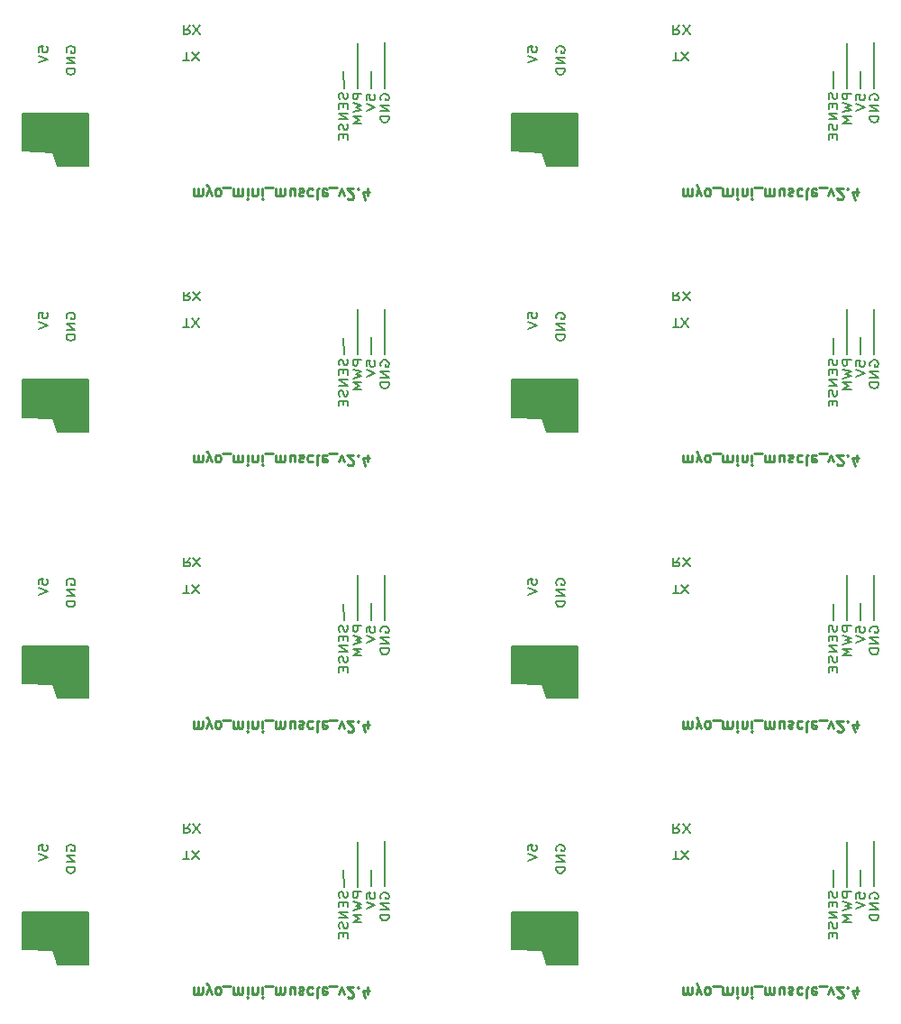
<source format=gbr>
G04 #@! TF.GenerationSoftware,KiCad,Pcbnew,5.0.2-bee76a0~70~ubuntu18.04.1*
G04 #@! TF.CreationDate,2020-03-05T15:15:43+01:00*
G04 #@! TF.ProjectId,output.m3_panel,6f757470-7574-42e6-9d33-5f70616e656c,rev?*
G04 #@! TF.SameCoordinates,Original*
G04 #@! TF.FileFunction,Legend,Bot*
G04 #@! TF.FilePolarity,Positive*
%FSLAX46Y46*%
G04 Gerber Fmt 4.6, Leading zero omitted, Abs format (unit mm)*
G04 Created by KiCad (PCBNEW 5.0.2-bee76a0~70~ubuntu18.04.1) date Thu 05 Mar 2020 03:15:43 PM CET*
%MOMM*%
%LPD*%
G01*
G04 APERTURE LIST*
%ADD10C,0.200000*%
%ADD11C,0.150000*%
%ADD12C,0.250000*%
G04 APERTURE END LIST*
D10*
X182191904Y-137005238D02*
X181391904Y-137005238D01*
X181391904Y-137386190D01*
X181430000Y-137481428D01*
X181468095Y-137529047D01*
X181544285Y-137576666D01*
X181658571Y-137576666D01*
X181734761Y-137529047D01*
X181772857Y-137481428D01*
X181810952Y-137386190D01*
X181810952Y-137005238D01*
X181391904Y-137910000D02*
X182191904Y-138148095D01*
X181620476Y-138338571D01*
X182191904Y-138529047D01*
X181391904Y-138767142D01*
X182191904Y-139148095D02*
X181391904Y-139148095D01*
X181963333Y-139481428D01*
X181391904Y-139814761D01*
X182191904Y-139814761D01*
X136191904Y-137005238D02*
X135391904Y-137005238D01*
X135391904Y-137386190D01*
X135430000Y-137481428D01*
X135468095Y-137529047D01*
X135544285Y-137576666D01*
X135658571Y-137576666D01*
X135734761Y-137529047D01*
X135772857Y-137481428D01*
X135810952Y-137386190D01*
X135810952Y-137005238D01*
X135391904Y-137910000D02*
X136191904Y-138148095D01*
X135620476Y-138338571D01*
X136191904Y-138529047D01*
X135391904Y-138767142D01*
X136191904Y-139148095D02*
X135391904Y-139148095D01*
X135963333Y-139481428D01*
X135391904Y-139814761D01*
X136191904Y-139814761D01*
X182191904Y-112005238D02*
X181391904Y-112005238D01*
X181391904Y-112386190D01*
X181430000Y-112481428D01*
X181468095Y-112529047D01*
X181544285Y-112576666D01*
X181658571Y-112576666D01*
X181734761Y-112529047D01*
X181772857Y-112481428D01*
X181810952Y-112386190D01*
X181810952Y-112005238D01*
X181391904Y-112910000D02*
X182191904Y-113148095D01*
X181620476Y-113338571D01*
X182191904Y-113529047D01*
X181391904Y-113767142D01*
X182191904Y-114148095D02*
X181391904Y-114148095D01*
X181963333Y-114481428D01*
X181391904Y-114814761D01*
X182191904Y-114814761D01*
X136191904Y-112005238D02*
X135391904Y-112005238D01*
X135391904Y-112386190D01*
X135430000Y-112481428D01*
X135468095Y-112529047D01*
X135544285Y-112576666D01*
X135658571Y-112576666D01*
X135734761Y-112529047D01*
X135772857Y-112481428D01*
X135810952Y-112386190D01*
X135810952Y-112005238D01*
X135391904Y-112910000D02*
X136191904Y-113148095D01*
X135620476Y-113338571D01*
X136191904Y-113529047D01*
X135391904Y-113767142D01*
X136191904Y-114148095D02*
X135391904Y-114148095D01*
X135963333Y-114481428D01*
X135391904Y-114814761D01*
X136191904Y-114814761D01*
X182191904Y-87005238D02*
X181391904Y-87005238D01*
X181391904Y-87386190D01*
X181430000Y-87481428D01*
X181468095Y-87529047D01*
X181544285Y-87576666D01*
X181658571Y-87576666D01*
X181734761Y-87529047D01*
X181772857Y-87481428D01*
X181810952Y-87386190D01*
X181810952Y-87005238D01*
X181391904Y-87910000D02*
X182191904Y-88148095D01*
X181620476Y-88338571D01*
X182191904Y-88529047D01*
X181391904Y-88767142D01*
X182191904Y-89148095D02*
X181391904Y-89148095D01*
X181963333Y-89481428D01*
X181391904Y-89814761D01*
X182191904Y-89814761D01*
X136191904Y-87005238D02*
X135391904Y-87005238D01*
X135391904Y-87386190D01*
X135430000Y-87481428D01*
X135468095Y-87529047D01*
X135544285Y-87576666D01*
X135658571Y-87576666D01*
X135734761Y-87529047D01*
X135772857Y-87481428D01*
X135810952Y-87386190D01*
X135810952Y-87005238D01*
X135391904Y-87910000D02*
X136191904Y-88148095D01*
X135620476Y-88338571D01*
X136191904Y-88529047D01*
X135391904Y-88767142D01*
X136191904Y-89148095D02*
X135391904Y-89148095D01*
X135963333Y-89481428D01*
X135391904Y-89814761D01*
X136191904Y-89814761D01*
X182191904Y-62005238D02*
X181391904Y-62005238D01*
X181391904Y-62386190D01*
X181430000Y-62481428D01*
X181468095Y-62529047D01*
X181544285Y-62576666D01*
X181658571Y-62576666D01*
X181734761Y-62529047D01*
X181772857Y-62481428D01*
X181810952Y-62386190D01*
X181810952Y-62005238D01*
X181391904Y-62910000D02*
X182191904Y-63148095D01*
X181620476Y-63338571D01*
X182191904Y-63529047D01*
X181391904Y-63767142D01*
X182191904Y-64148095D02*
X181391904Y-64148095D01*
X181963333Y-64481428D01*
X181391904Y-64814761D01*
X182191904Y-64814761D01*
X180500000Y-134940000D02*
X180530000Y-136520000D01*
X134500000Y-134940000D02*
X134530000Y-136520000D01*
X180500000Y-109940000D02*
X180530000Y-111520000D01*
X134500000Y-109940000D02*
X134530000Y-111520000D01*
X180500000Y-84940000D02*
X180530000Y-86520000D01*
X134500000Y-84940000D02*
X134530000Y-86520000D01*
X180500000Y-59940000D02*
X180530000Y-61520000D01*
D11*
G36*
X150300000Y-138900000D02*
X156500000Y-138900000D01*
X156500000Y-143800000D01*
X153600000Y-143800000D01*
X153200000Y-142500000D01*
X150300000Y-142400000D01*
X150300000Y-138900000D01*
G37*
X150300000Y-138900000D02*
X156500000Y-138900000D01*
X156500000Y-143800000D01*
X153600000Y-143800000D01*
X153200000Y-142500000D01*
X150300000Y-142400000D01*
X150300000Y-138900000D01*
G36*
X104300000Y-138900000D02*
X110500000Y-138900000D01*
X110500000Y-143800000D01*
X107600000Y-143800000D01*
X107200000Y-142500000D01*
X104300000Y-142400000D01*
X104300000Y-138900000D01*
G37*
X104300000Y-138900000D02*
X110500000Y-138900000D01*
X110500000Y-143800000D01*
X107600000Y-143800000D01*
X107200000Y-142500000D01*
X104300000Y-142400000D01*
X104300000Y-138900000D01*
G36*
X150300000Y-113900000D02*
X156500000Y-113900000D01*
X156500000Y-118800000D01*
X153600000Y-118800000D01*
X153200000Y-117500000D01*
X150300000Y-117400000D01*
X150300000Y-113900000D01*
G37*
X150300000Y-113900000D02*
X156500000Y-113900000D01*
X156500000Y-118800000D01*
X153600000Y-118800000D01*
X153200000Y-117500000D01*
X150300000Y-117400000D01*
X150300000Y-113900000D01*
G36*
X104300000Y-113900000D02*
X110500000Y-113900000D01*
X110500000Y-118800000D01*
X107600000Y-118800000D01*
X107200000Y-117500000D01*
X104300000Y-117400000D01*
X104300000Y-113900000D01*
G37*
X104300000Y-113900000D02*
X110500000Y-113900000D01*
X110500000Y-118800000D01*
X107600000Y-118800000D01*
X107200000Y-117500000D01*
X104300000Y-117400000D01*
X104300000Y-113900000D01*
G36*
X150300000Y-88900000D02*
X156500000Y-88900000D01*
X156500000Y-93800000D01*
X153600000Y-93800000D01*
X153200000Y-92500000D01*
X150300000Y-92400000D01*
X150300000Y-88900000D01*
G37*
X150300000Y-88900000D02*
X156500000Y-88900000D01*
X156500000Y-93800000D01*
X153600000Y-93800000D01*
X153200000Y-92500000D01*
X150300000Y-92400000D01*
X150300000Y-88900000D01*
G36*
X104300000Y-88900000D02*
X110500000Y-88900000D01*
X110500000Y-93800000D01*
X107600000Y-93800000D01*
X107200000Y-92500000D01*
X104300000Y-92400000D01*
X104300000Y-88900000D01*
G37*
X104300000Y-88900000D02*
X110500000Y-88900000D01*
X110500000Y-93800000D01*
X107600000Y-93800000D01*
X107200000Y-92500000D01*
X104300000Y-92400000D01*
X104300000Y-88900000D01*
G36*
X150300000Y-63900000D02*
X156500000Y-63900000D01*
X156500000Y-68800000D01*
X153600000Y-68800000D01*
X153200000Y-67500000D01*
X150300000Y-67400000D01*
X150300000Y-63900000D01*
G37*
X150300000Y-63900000D02*
X156500000Y-63900000D01*
X156500000Y-68800000D01*
X153600000Y-68800000D01*
X153200000Y-67500000D01*
X150300000Y-67400000D01*
X150300000Y-63900000D01*
D10*
X180823809Y-136969523D02*
X180861904Y-137112380D01*
X180861904Y-137350476D01*
X180823809Y-137445714D01*
X180785714Y-137493333D01*
X180709523Y-137540952D01*
X180633333Y-137540952D01*
X180557142Y-137493333D01*
X180519047Y-137445714D01*
X180480952Y-137350476D01*
X180442857Y-137160000D01*
X180404761Y-137064761D01*
X180366666Y-137017142D01*
X180290476Y-136969523D01*
X180214285Y-136969523D01*
X180138095Y-137017142D01*
X180100000Y-137064761D01*
X180061904Y-137160000D01*
X180061904Y-137398095D01*
X180100000Y-137540952D01*
X180442857Y-137969523D02*
X180442857Y-138302857D01*
X180861904Y-138445714D02*
X180861904Y-137969523D01*
X180061904Y-137969523D01*
X180061904Y-138445714D01*
X180861904Y-138874285D02*
X180061904Y-138874285D01*
X180861904Y-139445714D01*
X180061904Y-139445714D01*
X180823809Y-139874285D02*
X180861904Y-140017142D01*
X180861904Y-140255238D01*
X180823809Y-140350476D01*
X180785714Y-140398095D01*
X180709523Y-140445714D01*
X180633333Y-140445714D01*
X180557142Y-140398095D01*
X180519047Y-140350476D01*
X180480952Y-140255238D01*
X180442857Y-140064761D01*
X180404761Y-139969523D01*
X180366666Y-139921904D01*
X180290476Y-139874285D01*
X180214285Y-139874285D01*
X180138095Y-139921904D01*
X180100000Y-139969523D01*
X180061904Y-140064761D01*
X180061904Y-140302857D01*
X180100000Y-140445714D01*
X180442857Y-140874285D02*
X180442857Y-141207619D01*
X180861904Y-141350476D02*
X180861904Y-140874285D01*
X180061904Y-140874285D01*
X180061904Y-141350476D01*
X134823809Y-136969523D02*
X134861904Y-137112380D01*
X134861904Y-137350476D01*
X134823809Y-137445714D01*
X134785714Y-137493333D01*
X134709523Y-137540952D01*
X134633333Y-137540952D01*
X134557142Y-137493333D01*
X134519047Y-137445714D01*
X134480952Y-137350476D01*
X134442857Y-137160000D01*
X134404761Y-137064761D01*
X134366666Y-137017142D01*
X134290476Y-136969523D01*
X134214285Y-136969523D01*
X134138095Y-137017142D01*
X134100000Y-137064761D01*
X134061904Y-137160000D01*
X134061904Y-137398095D01*
X134100000Y-137540952D01*
X134442857Y-137969523D02*
X134442857Y-138302857D01*
X134861904Y-138445714D02*
X134861904Y-137969523D01*
X134061904Y-137969523D01*
X134061904Y-138445714D01*
X134861904Y-138874285D02*
X134061904Y-138874285D01*
X134861904Y-139445714D01*
X134061904Y-139445714D01*
X134823809Y-139874285D02*
X134861904Y-140017142D01*
X134861904Y-140255238D01*
X134823809Y-140350476D01*
X134785714Y-140398095D01*
X134709523Y-140445714D01*
X134633333Y-140445714D01*
X134557142Y-140398095D01*
X134519047Y-140350476D01*
X134480952Y-140255238D01*
X134442857Y-140064761D01*
X134404761Y-139969523D01*
X134366666Y-139921904D01*
X134290476Y-139874285D01*
X134214285Y-139874285D01*
X134138095Y-139921904D01*
X134100000Y-139969523D01*
X134061904Y-140064761D01*
X134061904Y-140302857D01*
X134100000Y-140445714D01*
X134442857Y-140874285D02*
X134442857Y-141207619D01*
X134861904Y-141350476D02*
X134861904Y-140874285D01*
X134061904Y-140874285D01*
X134061904Y-141350476D01*
X180823809Y-111969523D02*
X180861904Y-112112380D01*
X180861904Y-112350476D01*
X180823809Y-112445714D01*
X180785714Y-112493333D01*
X180709523Y-112540952D01*
X180633333Y-112540952D01*
X180557142Y-112493333D01*
X180519047Y-112445714D01*
X180480952Y-112350476D01*
X180442857Y-112160000D01*
X180404761Y-112064761D01*
X180366666Y-112017142D01*
X180290476Y-111969523D01*
X180214285Y-111969523D01*
X180138095Y-112017142D01*
X180100000Y-112064761D01*
X180061904Y-112160000D01*
X180061904Y-112398095D01*
X180100000Y-112540952D01*
X180442857Y-112969523D02*
X180442857Y-113302857D01*
X180861904Y-113445714D02*
X180861904Y-112969523D01*
X180061904Y-112969523D01*
X180061904Y-113445714D01*
X180861904Y-113874285D02*
X180061904Y-113874285D01*
X180861904Y-114445714D01*
X180061904Y-114445714D01*
X180823809Y-114874285D02*
X180861904Y-115017142D01*
X180861904Y-115255238D01*
X180823809Y-115350476D01*
X180785714Y-115398095D01*
X180709523Y-115445714D01*
X180633333Y-115445714D01*
X180557142Y-115398095D01*
X180519047Y-115350476D01*
X180480952Y-115255238D01*
X180442857Y-115064761D01*
X180404761Y-114969523D01*
X180366666Y-114921904D01*
X180290476Y-114874285D01*
X180214285Y-114874285D01*
X180138095Y-114921904D01*
X180100000Y-114969523D01*
X180061904Y-115064761D01*
X180061904Y-115302857D01*
X180100000Y-115445714D01*
X180442857Y-115874285D02*
X180442857Y-116207619D01*
X180861904Y-116350476D02*
X180861904Y-115874285D01*
X180061904Y-115874285D01*
X180061904Y-116350476D01*
X134823809Y-111969523D02*
X134861904Y-112112380D01*
X134861904Y-112350476D01*
X134823809Y-112445714D01*
X134785714Y-112493333D01*
X134709523Y-112540952D01*
X134633333Y-112540952D01*
X134557142Y-112493333D01*
X134519047Y-112445714D01*
X134480952Y-112350476D01*
X134442857Y-112160000D01*
X134404761Y-112064761D01*
X134366666Y-112017142D01*
X134290476Y-111969523D01*
X134214285Y-111969523D01*
X134138095Y-112017142D01*
X134100000Y-112064761D01*
X134061904Y-112160000D01*
X134061904Y-112398095D01*
X134100000Y-112540952D01*
X134442857Y-112969523D02*
X134442857Y-113302857D01*
X134861904Y-113445714D02*
X134861904Y-112969523D01*
X134061904Y-112969523D01*
X134061904Y-113445714D01*
X134861904Y-113874285D02*
X134061904Y-113874285D01*
X134861904Y-114445714D01*
X134061904Y-114445714D01*
X134823809Y-114874285D02*
X134861904Y-115017142D01*
X134861904Y-115255238D01*
X134823809Y-115350476D01*
X134785714Y-115398095D01*
X134709523Y-115445714D01*
X134633333Y-115445714D01*
X134557142Y-115398095D01*
X134519047Y-115350476D01*
X134480952Y-115255238D01*
X134442857Y-115064761D01*
X134404761Y-114969523D01*
X134366666Y-114921904D01*
X134290476Y-114874285D01*
X134214285Y-114874285D01*
X134138095Y-114921904D01*
X134100000Y-114969523D01*
X134061904Y-115064761D01*
X134061904Y-115302857D01*
X134100000Y-115445714D01*
X134442857Y-115874285D02*
X134442857Y-116207619D01*
X134861904Y-116350476D02*
X134861904Y-115874285D01*
X134061904Y-115874285D01*
X134061904Y-116350476D01*
X180823809Y-86969523D02*
X180861904Y-87112380D01*
X180861904Y-87350476D01*
X180823809Y-87445714D01*
X180785714Y-87493333D01*
X180709523Y-87540952D01*
X180633333Y-87540952D01*
X180557142Y-87493333D01*
X180519047Y-87445714D01*
X180480952Y-87350476D01*
X180442857Y-87160000D01*
X180404761Y-87064761D01*
X180366666Y-87017142D01*
X180290476Y-86969523D01*
X180214285Y-86969523D01*
X180138095Y-87017142D01*
X180100000Y-87064761D01*
X180061904Y-87160000D01*
X180061904Y-87398095D01*
X180100000Y-87540952D01*
X180442857Y-87969523D02*
X180442857Y-88302857D01*
X180861904Y-88445714D02*
X180861904Y-87969523D01*
X180061904Y-87969523D01*
X180061904Y-88445714D01*
X180861904Y-88874285D02*
X180061904Y-88874285D01*
X180861904Y-89445714D01*
X180061904Y-89445714D01*
X180823809Y-89874285D02*
X180861904Y-90017142D01*
X180861904Y-90255238D01*
X180823809Y-90350476D01*
X180785714Y-90398095D01*
X180709523Y-90445714D01*
X180633333Y-90445714D01*
X180557142Y-90398095D01*
X180519047Y-90350476D01*
X180480952Y-90255238D01*
X180442857Y-90064761D01*
X180404761Y-89969523D01*
X180366666Y-89921904D01*
X180290476Y-89874285D01*
X180214285Y-89874285D01*
X180138095Y-89921904D01*
X180100000Y-89969523D01*
X180061904Y-90064761D01*
X180061904Y-90302857D01*
X180100000Y-90445714D01*
X180442857Y-90874285D02*
X180442857Y-91207619D01*
X180861904Y-91350476D02*
X180861904Y-90874285D01*
X180061904Y-90874285D01*
X180061904Y-91350476D01*
X134823809Y-86969523D02*
X134861904Y-87112380D01*
X134861904Y-87350476D01*
X134823809Y-87445714D01*
X134785714Y-87493333D01*
X134709523Y-87540952D01*
X134633333Y-87540952D01*
X134557142Y-87493333D01*
X134519047Y-87445714D01*
X134480952Y-87350476D01*
X134442857Y-87160000D01*
X134404761Y-87064761D01*
X134366666Y-87017142D01*
X134290476Y-86969523D01*
X134214285Y-86969523D01*
X134138095Y-87017142D01*
X134100000Y-87064761D01*
X134061904Y-87160000D01*
X134061904Y-87398095D01*
X134100000Y-87540952D01*
X134442857Y-87969523D02*
X134442857Y-88302857D01*
X134861904Y-88445714D02*
X134861904Y-87969523D01*
X134061904Y-87969523D01*
X134061904Y-88445714D01*
X134861904Y-88874285D02*
X134061904Y-88874285D01*
X134861904Y-89445714D01*
X134061904Y-89445714D01*
X134823809Y-89874285D02*
X134861904Y-90017142D01*
X134861904Y-90255238D01*
X134823809Y-90350476D01*
X134785714Y-90398095D01*
X134709523Y-90445714D01*
X134633333Y-90445714D01*
X134557142Y-90398095D01*
X134519047Y-90350476D01*
X134480952Y-90255238D01*
X134442857Y-90064761D01*
X134404761Y-89969523D01*
X134366666Y-89921904D01*
X134290476Y-89874285D01*
X134214285Y-89874285D01*
X134138095Y-89921904D01*
X134100000Y-89969523D01*
X134061904Y-90064761D01*
X134061904Y-90302857D01*
X134100000Y-90445714D01*
X134442857Y-90874285D02*
X134442857Y-91207619D01*
X134861904Y-91350476D02*
X134861904Y-90874285D01*
X134061904Y-90874285D01*
X134061904Y-91350476D01*
X180823809Y-61969523D02*
X180861904Y-62112380D01*
X180861904Y-62350476D01*
X180823809Y-62445714D01*
X180785714Y-62493333D01*
X180709523Y-62540952D01*
X180633333Y-62540952D01*
X180557142Y-62493333D01*
X180519047Y-62445714D01*
X180480952Y-62350476D01*
X180442857Y-62160000D01*
X180404761Y-62064761D01*
X180366666Y-62017142D01*
X180290476Y-61969523D01*
X180214285Y-61969523D01*
X180138095Y-62017142D01*
X180100000Y-62064761D01*
X180061904Y-62160000D01*
X180061904Y-62398095D01*
X180100000Y-62540952D01*
X180442857Y-62969523D02*
X180442857Y-63302857D01*
X180861904Y-63445714D02*
X180861904Y-62969523D01*
X180061904Y-62969523D01*
X180061904Y-63445714D01*
X180861904Y-63874285D02*
X180061904Y-63874285D01*
X180861904Y-64445714D01*
X180061904Y-64445714D01*
X180823809Y-64874285D02*
X180861904Y-65017142D01*
X180861904Y-65255238D01*
X180823809Y-65350476D01*
X180785714Y-65398095D01*
X180709523Y-65445714D01*
X180633333Y-65445714D01*
X180557142Y-65398095D01*
X180519047Y-65350476D01*
X180480952Y-65255238D01*
X180442857Y-65064761D01*
X180404761Y-64969523D01*
X180366666Y-64921904D01*
X180290476Y-64874285D01*
X180214285Y-64874285D01*
X180138095Y-64921904D01*
X180100000Y-64969523D01*
X180061904Y-65064761D01*
X180061904Y-65302857D01*
X180100000Y-65445714D01*
X180442857Y-65874285D02*
X180442857Y-66207619D01*
X180861904Y-66350476D02*
X180861904Y-65874285D01*
X180061904Y-65874285D01*
X180061904Y-66350476D01*
X165438095Y-133938095D02*
X166009523Y-133938095D01*
X165723809Y-133138095D02*
X165723809Y-133938095D01*
X166247619Y-133938095D02*
X166914285Y-133138095D01*
X166914285Y-133938095D02*
X166247619Y-133138095D01*
X119438095Y-133938095D02*
X120009523Y-133938095D01*
X119723809Y-133138095D02*
X119723809Y-133938095D01*
X120247619Y-133938095D02*
X120914285Y-133138095D01*
X120914285Y-133938095D02*
X120247619Y-133138095D01*
X165438095Y-108938095D02*
X166009523Y-108938095D01*
X165723809Y-108138095D02*
X165723809Y-108938095D01*
X166247619Y-108938095D02*
X166914285Y-108138095D01*
X166914285Y-108938095D02*
X166247619Y-108138095D01*
X119438095Y-108938095D02*
X120009523Y-108938095D01*
X119723809Y-108138095D02*
X119723809Y-108938095D01*
X120247619Y-108938095D02*
X120914285Y-108138095D01*
X120914285Y-108938095D02*
X120247619Y-108138095D01*
X165438095Y-83938095D02*
X166009523Y-83938095D01*
X165723809Y-83138095D02*
X165723809Y-83938095D01*
X166247619Y-83938095D02*
X166914285Y-83138095D01*
X166914285Y-83938095D02*
X166247619Y-83138095D01*
X119438095Y-83938095D02*
X120009523Y-83938095D01*
X119723809Y-83138095D02*
X119723809Y-83938095D01*
X120247619Y-83938095D02*
X120914285Y-83138095D01*
X120914285Y-83938095D02*
X120247619Y-83138095D01*
X165438095Y-58938095D02*
X166009523Y-58938095D01*
X165723809Y-58138095D02*
X165723809Y-58938095D01*
X166247619Y-58938095D02*
X166914285Y-58138095D01*
X166914285Y-58938095D02*
X166247619Y-58138095D01*
X151861904Y-133109523D02*
X151861904Y-132633333D01*
X152242857Y-132585714D01*
X152204761Y-132633333D01*
X152166666Y-132728571D01*
X152166666Y-132966666D01*
X152204761Y-133061904D01*
X152242857Y-133109523D01*
X152319047Y-133157142D01*
X152509523Y-133157142D01*
X152585714Y-133109523D01*
X152623809Y-133061904D01*
X152661904Y-132966666D01*
X152661904Y-132728571D01*
X152623809Y-132633333D01*
X152585714Y-132585714D01*
X151861904Y-133442857D02*
X152661904Y-133776190D01*
X151861904Y-134109523D01*
X105861904Y-133109523D02*
X105861904Y-132633333D01*
X106242857Y-132585714D01*
X106204761Y-132633333D01*
X106166666Y-132728571D01*
X106166666Y-132966666D01*
X106204761Y-133061904D01*
X106242857Y-133109523D01*
X106319047Y-133157142D01*
X106509523Y-133157142D01*
X106585714Y-133109523D01*
X106623809Y-133061904D01*
X106661904Y-132966666D01*
X106661904Y-132728571D01*
X106623809Y-132633333D01*
X106585714Y-132585714D01*
X105861904Y-133442857D02*
X106661904Y-133776190D01*
X105861904Y-134109523D01*
X151861904Y-108109523D02*
X151861904Y-107633333D01*
X152242857Y-107585714D01*
X152204761Y-107633333D01*
X152166666Y-107728571D01*
X152166666Y-107966666D01*
X152204761Y-108061904D01*
X152242857Y-108109523D01*
X152319047Y-108157142D01*
X152509523Y-108157142D01*
X152585714Y-108109523D01*
X152623809Y-108061904D01*
X152661904Y-107966666D01*
X152661904Y-107728571D01*
X152623809Y-107633333D01*
X152585714Y-107585714D01*
X151861904Y-108442857D02*
X152661904Y-108776190D01*
X151861904Y-109109523D01*
X105861904Y-108109523D02*
X105861904Y-107633333D01*
X106242857Y-107585714D01*
X106204761Y-107633333D01*
X106166666Y-107728571D01*
X106166666Y-107966666D01*
X106204761Y-108061904D01*
X106242857Y-108109523D01*
X106319047Y-108157142D01*
X106509523Y-108157142D01*
X106585714Y-108109523D01*
X106623809Y-108061904D01*
X106661904Y-107966666D01*
X106661904Y-107728571D01*
X106623809Y-107633333D01*
X106585714Y-107585714D01*
X105861904Y-108442857D02*
X106661904Y-108776190D01*
X105861904Y-109109523D01*
X151861904Y-83109523D02*
X151861904Y-82633333D01*
X152242857Y-82585714D01*
X152204761Y-82633333D01*
X152166666Y-82728571D01*
X152166666Y-82966666D01*
X152204761Y-83061904D01*
X152242857Y-83109523D01*
X152319047Y-83157142D01*
X152509523Y-83157142D01*
X152585714Y-83109523D01*
X152623809Y-83061904D01*
X152661904Y-82966666D01*
X152661904Y-82728571D01*
X152623809Y-82633333D01*
X152585714Y-82585714D01*
X151861904Y-83442857D02*
X152661904Y-83776190D01*
X151861904Y-84109523D01*
X105861904Y-83109523D02*
X105861904Y-82633333D01*
X106242857Y-82585714D01*
X106204761Y-82633333D01*
X106166666Y-82728571D01*
X106166666Y-82966666D01*
X106204761Y-83061904D01*
X106242857Y-83109523D01*
X106319047Y-83157142D01*
X106509523Y-83157142D01*
X106585714Y-83109523D01*
X106623809Y-83061904D01*
X106661904Y-82966666D01*
X106661904Y-82728571D01*
X106623809Y-82633333D01*
X106585714Y-82585714D01*
X105861904Y-83442857D02*
X106661904Y-83776190D01*
X105861904Y-84109523D01*
X151861904Y-58109523D02*
X151861904Y-57633333D01*
X152242857Y-57585714D01*
X152204761Y-57633333D01*
X152166666Y-57728571D01*
X152166666Y-57966666D01*
X152204761Y-58061904D01*
X152242857Y-58109523D01*
X152319047Y-58157142D01*
X152509523Y-58157142D01*
X152585714Y-58109523D01*
X152623809Y-58061904D01*
X152661904Y-57966666D01*
X152661904Y-57728571D01*
X152623809Y-57633333D01*
X152585714Y-57585714D01*
X151861904Y-58442857D02*
X152661904Y-58776190D01*
X151861904Y-59109523D01*
X154500000Y-133138095D02*
X154461904Y-133042857D01*
X154461904Y-132900000D01*
X154500000Y-132757142D01*
X154576190Y-132661904D01*
X154652380Y-132614285D01*
X154804761Y-132566666D01*
X154919047Y-132566666D01*
X155071428Y-132614285D01*
X155147619Y-132661904D01*
X155223809Y-132757142D01*
X155261904Y-132900000D01*
X155261904Y-132995238D01*
X155223809Y-133138095D01*
X155185714Y-133185714D01*
X154919047Y-133185714D01*
X154919047Y-132995238D01*
X155261904Y-133614285D02*
X154461904Y-133614285D01*
X155261904Y-134185714D01*
X154461904Y-134185714D01*
X155261904Y-134661904D02*
X154461904Y-134661904D01*
X154461904Y-134900000D01*
X154500000Y-135042857D01*
X154576190Y-135138095D01*
X154652380Y-135185714D01*
X154804761Y-135233333D01*
X154919047Y-135233333D01*
X155071428Y-135185714D01*
X155147619Y-135138095D01*
X155223809Y-135042857D01*
X155261904Y-134900000D01*
X155261904Y-134661904D01*
X108500000Y-133138095D02*
X108461904Y-133042857D01*
X108461904Y-132900000D01*
X108500000Y-132757142D01*
X108576190Y-132661904D01*
X108652380Y-132614285D01*
X108804761Y-132566666D01*
X108919047Y-132566666D01*
X109071428Y-132614285D01*
X109147619Y-132661904D01*
X109223809Y-132757142D01*
X109261904Y-132900000D01*
X109261904Y-132995238D01*
X109223809Y-133138095D01*
X109185714Y-133185714D01*
X108919047Y-133185714D01*
X108919047Y-132995238D01*
X109261904Y-133614285D02*
X108461904Y-133614285D01*
X109261904Y-134185714D01*
X108461904Y-134185714D01*
X109261904Y-134661904D02*
X108461904Y-134661904D01*
X108461904Y-134900000D01*
X108500000Y-135042857D01*
X108576190Y-135138095D01*
X108652380Y-135185714D01*
X108804761Y-135233333D01*
X108919047Y-135233333D01*
X109071428Y-135185714D01*
X109147619Y-135138095D01*
X109223809Y-135042857D01*
X109261904Y-134900000D01*
X109261904Y-134661904D01*
X154500000Y-108138095D02*
X154461904Y-108042857D01*
X154461904Y-107900000D01*
X154500000Y-107757142D01*
X154576190Y-107661904D01*
X154652380Y-107614285D01*
X154804761Y-107566666D01*
X154919047Y-107566666D01*
X155071428Y-107614285D01*
X155147619Y-107661904D01*
X155223809Y-107757142D01*
X155261904Y-107900000D01*
X155261904Y-107995238D01*
X155223809Y-108138095D01*
X155185714Y-108185714D01*
X154919047Y-108185714D01*
X154919047Y-107995238D01*
X155261904Y-108614285D02*
X154461904Y-108614285D01*
X155261904Y-109185714D01*
X154461904Y-109185714D01*
X155261904Y-109661904D02*
X154461904Y-109661904D01*
X154461904Y-109900000D01*
X154500000Y-110042857D01*
X154576190Y-110138095D01*
X154652380Y-110185714D01*
X154804761Y-110233333D01*
X154919047Y-110233333D01*
X155071428Y-110185714D01*
X155147619Y-110138095D01*
X155223809Y-110042857D01*
X155261904Y-109900000D01*
X155261904Y-109661904D01*
X108500000Y-108138095D02*
X108461904Y-108042857D01*
X108461904Y-107900000D01*
X108500000Y-107757142D01*
X108576190Y-107661904D01*
X108652380Y-107614285D01*
X108804761Y-107566666D01*
X108919047Y-107566666D01*
X109071428Y-107614285D01*
X109147619Y-107661904D01*
X109223809Y-107757142D01*
X109261904Y-107900000D01*
X109261904Y-107995238D01*
X109223809Y-108138095D01*
X109185714Y-108185714D01*
X108919047Y-108185714D01*
X108919047Y-107995238D01*
X109261904Y-108614285D02*
X108461904Y-108614285D01*
X109261904Y-109185714D01*
X108461904Y-109185714D01*
X109261904Y-109661904D02*
X108461904Y-109661904D01*
X108461904Y-109900000D01*
X108500000Y-110042857D01*
X108576190Y-110138095D01*
X108652380Y-110185714D01*
X108804761Y-110233333D01*
X108919047Y-110233333D01*
X109071428Y-110185714D01*
X109147619Y-110138095D01*
X109223809Y-110042857D01*
X109261904Y-109900000D01*
X109261904Y-109661904D01*
X154500000Y-83138095D02*
X154461904Y-83042857D01*
X154461904Y-82900000D01*
X154500000Y-82757142D01*
X154576190Y-82661904D01*
X154652380Y-82614285D01*
X154804761Y-82566666D01*
X154919047Y-82566666D01*
X155071428Y-82614285D01*
X155147619Y-82661904D01*
X155223809Y-82757142D01*
X155261904Y-82900000D01*
X155261904Y-82995238D01*
X155223809Y-83138095D01*
X155185714Y-83185714D01*
X154919047Y-83185714D01*
X154919047Y-82995238D01*
X155261904Y-83614285D02*
X154461904Y-83614285D01*
X155261904Y-84185714D01*
X154461904Y-84185714D01*
X155261904Y-84661904D02*
X154461904Y-84661904D01*
X154461904Y-84900000D01*
X154500000Y-85042857D01*
X154576190Y-85138095D01*
X154652380Y-85185714D01*
X154804761Y-85233333D01*
X154919047Y-85233333D01*
X155071428Y-85185714D01*
X155147619Y-85138095D01*
X155223809Y-85042857D01*
X155261904Y-84900000D01*
X155261904Y-84661904D01*
X108500000Y-83138095D02*
X108461904Y-83042857D01*
X108461904Y-82900000D01*
X108500000Y-82757142D01*
X108576190Y-82661904D01*
X108652380Y-82614285D01*
X108804761Y-82566666D01*
X108919047Y-82566666D01*
X109071428Y-82614285D01*
X109147619Y-82661904D01*
X109223809Y-82757142D01*
X109261904Y-82900000D01*
X109261904Y-82995238D01*
X109223809Y-83138095D01*
X109185714Y-83185714D01*
X108919047Y-83185714D01*
X108919047Y-82995238D01*
X109261904Y-83614285D02*
X108461904Y-83614285D01*
X109261904Y-84185714D01*
X108461904Y-84185714D01*
X109261904Y-84661904D02*
X108461904Y-84661904D01*
X108461904Y-84900000D01*
X108500000Y-85042857D01*
X108576190Y-85138095D01*
X108652380Y-85185714D01*
X108804761Y-85233333D01*
X108919047Y-85233333D01*
X109071428Y-85185714D01*
X109147619Y-85138095D01*
X109223809Y-85042857D01*
X109261904Y-84900000D01*
X109261904Y-84661904D01*
X154500000Y-58138095D02*
X154461904Y-58042857D01*
X154461904Y-57900000D01*
X154500000Y-57757142D01*
X154576190Y-57661904D01*
X154652380Y-57614285D01*
X154804761Y-57566666D01*
X154919047Y-57566666D01*
X155071428Y-57614285D01*
X155147619Y-57661904D01*
X155223809Y-57757142D01*
X155261904Y-57900000D01*
X155261904Y-57995238D01*
X155223809Y-58138095D01*
X155185714Y-58185714D01*
X154919047Y-58185714D01*
X154919047Y-57995238D01*
X155261904Y-58614285D02*
X154461904Y-58614285D01*
X155261904Y-59185714D01*
X154461904Y-59185714D01*
X155261904Y-59661904D02*
X154461904Y-59661904D01*
X154461904Y-59900000D01*
X154500000Y-60042857D01*
X154576190Y-60138095D01*
X154652380Y-60185714D01*
X154804761Y-60233333D01*
X154919047Y-60233333D01*
X155071428Y-60185714D01*
X155147619Y-60138095D01*
X155223809Y-60042857D01*
X155261904Y-59900000D01*
X155261904Y-59661904D01*
D12*
X166385714Y-145947619D02*
X166385714Y-146614285D01*
X166385714Y-146519047D02*
X166433333Y-146566666D01*
X166528571Y-146614285D01*
X166671428Y-146614285D01*
X166766666Y-146566666D01*
X166814285Y-146471428D01*
X166814285Y-145947619D01*
X166814285Y-146471428D02*
X166861904Y-146566666D01*
X166957142Y-146614285D01*
X167100000Y-146614285D01*
X167195238Y-146566666D01*
X167242857Y-146471428D01*
X167242857Y-145947619D01*
X167623809Y-146614285D02*
X167861904Y-145947619D01*
X168100000Y-146614285D02*
X167861904Y-145947619D01*
X167766666Y-145709523D01*
X167719047Y-145661904D01*
X167623809Y-145614285D01*
X168623809Y-145947619D02*
X168528571Y-145995238D01*
X168480952Y-146042857D01*
X168433333Y-146138095D01*
X168433333Y-146423809D01*
X168480952Y-146519047D01*
X168528571Y-146566666D01*
X168623809Y-146614285D01*
X168766666Y-146614285D01*
X168861904Y-146566666D01*
X168909523Y-146519047D01*
X168957142Y-146423809D01*
X168957142Y-146138095D01*
X168909523Y-146042857D01*
X168861904Y-145995238D01*
X168766666Y-145947619D01*
X168623809Y-145947619D01*
X169147619Y-145852380D02*
X169909523Y-145852380D01*
X170147619Y-145947619D02*
X170147619Y-146614285D01*
X170147619Y-146519047D02*
X170195238Y-146566666D01*
X170290476Y-146614285D01*
X170433333Y-146614285D01*
X170528571Y-146566666D01*
X170576190Y-146471428D01*
X170576190Y-145947619D01*
X170576190Y-146471428D02*
X170623809Y-146566666D01*
X170719047Y-146614285D01*
X170861904Y-146614285D01*
X170957142Y-146566666D01*
X171004761Y-146471428D01*
X171004761Y-145947619D01*
X171480952Y-145947619D02*
X171480952Y-146614285D01*
X171480952Y-146947619D02*
X171433333Y-146900000D01*
X171480952Y-146852380D01*
X171528571Y-146900000D01*
X171480952Y-146947619D01*
X171480952Y-146852380D01*
X171957142Y-146614285D02*
X171957142Y-145947619D01*
X171957142Y-146519047D02*
X172004761Y-146566666D01*
X172100000Y-146614285D01*
X172242857Y-146614285D01*
X172338095Y-146566666D01*
X172385714Y-146471428D01*
X172385714Y-145947619D01*
X172861904Y-145947619D02*
X172861904Y-146614285D01*
X172861904Y-146947619D02*
X172814285Y-146900000D01*
X172861904Y-146852380D01*
X172909523Y-146900000D01*
X172861904Y-146947619D01*
X172861904Y-146852380D01*
X173100000Y-145852380D02*
X173861904Y-145852380D01*
X174100000Y-145947619D02*
X174100000Y-146614285D01*
X174100000Y-146519047D02*
X174147619Y-146566666D01*
X174242857Y-146614285D01*
X174385714Y-146614285D01*
X174480952Y-146566666D01*
X174528571Y-146471428D01*
X174528571Y-145947619D01*
X174528571Y-146471428D02*
X174576190Y-146566666D01*
X174671428Y-146614285D01*
X174814285Y-146614285D01*
X174909523Y-146566666D01*
X174957142Y-146471428D01*
X174957142Y-145947619D01*
X175861904Y-146614285D02*
X175861904Y-145947619D01*
X175433333Y-146614285D02*
X175433333Y-146090476D01*
X175480952Y-145995238D01*
X175576190Y-145947619D01*
X175719047Y-145947619D01*
X175814285Y-145995238D01*
X175861904Y-146042857D01*
X176290476Y-145995238D02*
X176385714Y-145947619D01*
X176576190Y-145947619D01*
X176671428Y-145995238D01*
X176719047Y-146090476D01*
X176719047Y-146138095D01*
X176671428Y-146233333D01*
X176576190Y-146280952D01*
X176433333Y-146280952D01*
X176338095Y-146328571D01*
X176290476Y-146423809D01*
X176290476Y-146471428D01*
X176338095Y-146566666D01*
X176433333Y-146614285D01*
X176576190Y-146614285D01*
X176671428Y-146566666D01*
X177576190Y-145995238D02*
X177480952Y-145947619D01*
X177290476Y-145947619D01*
X177195238Y-145995238D01*
X177147619Y-146042857D01*
X177100000Y-146138095D01*
X177100000Y-146423809D01*
X177147619Y-146519047D01*
X177195238Y-146566666D01*
X177290476Y-146614285D01*
X177480952Y-146614285D01*
X177576190Y-146566666D01*
X178147619Y-145947619D02*
X178052380Y-145995238D01*
X178004761Y-146090476D01*
X178004761Y-146947619D01*
X178909523Y-145995238D02*
X178814285Y-145947619D01*
X178623809Y-145947619D01*
X178528571Y-145995238D01*
X178480952Y-146090476D01*
X178480952Y-146471428D01*
X178528571Y-146566666D01*
X178623809Y-146614285D01*
X178814285Y-146614285D01*
X178909523Y-146566666D01*
X178957142Y-146471428D01*
X178957142Y-146376190D01*
X178480952Y-146280952D01*
X179147619Y-145852380D02*
X179909523Y-145852380D01*
X180052380Y-146614285D02*
X180290476Y-145947619D01*
X180528571Y-146614285D01*
X180861904Y-146852380D02*
X180909523Y-146900000D01*
X181004761Y-146947619D01*
X181242857Y-146947619D01*
X181338095Y-146900000D01*
X181385714Y-146852380D01*
X181433333Y-146757142D01*
X181433333Y-146661904D01*
X181385714Y-146519047D01*
X180814285Y-145947619D01*
X181433333Y-145947619D01*
X181861904Y-146042857D02*
X181909523Y-145995238D01*
X181861904Y-145947619D01*
X181814285Y-145995238D01*
X181861904Y-146042857D01*
X181861904Y-145947619D01*
X182766666Y-146614285D02*
X182766666Y-145947619D01*
X182528571Y-146995238D02*
X182290476Y-146280952D01*
X182909523Y-146280952D01*
X120385714Y-145947619D02*
X120385714Y-146614285D01*
X120385714Y-146519047D02*
X120433333Y-146566666D01*
X120528571Y-146614285D01*
X120671428Y-146614285D01*
X120766666Y-146566666D01*
X120814285Y-146471428D01*
X120814285Y-145947619D01*
X120814285Y-146471428D02*
X120861904Y-146566666D01*
X120957142Y-146614285D01*
X121100000Y-146614285D01*
X121195238Y-146566666D01*
X121242857Y-146471428D01*
X121242857Y-145947619D01*
X121623809Y-146614285D02*
X121861904Y-145947619D01*
X122100000Y-146614285D02*
X121861904Y-145947619D01*
X121766666Y-145709523D01*
X121719047Y-145661904D01*
X121623809Y-145614285D01*
X122623809Y-145947619D02*
X122528571Y-145995238D01*
X122480952Y-146042857D01*
X122433333Y-146138095D01*
X122433333Y-146423809D01*
X122480952Y-146519047D01*
X122528571Y-146566666D01*
X122623809Y-146614285D01*
X122766666Y-146614285D01*
X122861904Y-146566666D01*
X122909523Y-146519047D01*
X122957142Y-146423809D01*
X122957142Y-146138095D01*
X122909523Y-146042857D01*
X122861904Y-145995238D01*
X122766666Y-145947619D01*
X122623809Y-145947619D01*
X123147619Y-145852380D02*
X123909523Y-145852380D01*
X124147619Y-145947619D02*
X124147619Y-146614285D01*
X124147619Y-146519047D02*
X124195238Y-146566666D01*
X124290476Y-146614285D01*
X124433333Y-146614285D01*
X124528571Y-146566666D01*
X124576190Y-146471428D01*
X124576190Y-145947619D01*
X124576190Y-146471428D02*
X124623809Y-146566666D01*
X124719047Y-146614285D01*
X124861904Y-146614285D01*
X124957142Y-146566666D01*
X125004761Y-146471428D01*
X125004761Y-145947619D01*
X125480952Y-145947619D02*
X125480952Y-146614285D01*
X125480952Y-146947619D02*
X125433333Y-146900000D01*
X125480952Y-146852380D01*
X125528571Y-146900000D01*
X125480952Y-146947619D01*
X125480952Y-146852380D01*
X125957142Y-146614285D02*
X125957142Y-145947619D01*
X125957142Y-146519047D02*
X126004761Y-146566666D01*
X126100000Y-146614285D01*
X126242857Y-146614285D01*
X126338095Y-146566666D01*
X126385714Y-146471428D01*
X126385714Y-145947619D01*
X126861904Y-145947619D02*
X126861904Y-146614285D01*
X126861904Y-146947619D02*
X126814285Y-146900000D01*
X126861904Y-146852380D01*
X126909523Y-146900000D01*
X126861904Y-146947619D01*
X126861904Y-146852380D01*
X127100000Y-145852380D02*
X127861904Y-145852380D01*
X128100000Y-145947619D02*
X128100000Y-146614285D01*
X128100000Y-146519047D02*
X128147619Y-146566666D01*
X128242857Y-146614285D01*
X128385714Y-146614285D01*
X128480952Y-146566666D01*
X128528571Y-146471428D01*
X128528571Y-145947619D01*
X128528571Y-146471428D02*
X128576190Y-146566666D01*
X128671428Y-146614285D01*
X128814285Y-146614285D01*
X128909523Y-146566666D01*
X128957142Y-146471428D01*
X128957142Y-145947619D01*
X129861904Y-146614285D02*
X129861904Y-145947619D01*
X129433333Y-146614285D02*
X129433333Y-146090476D01*
X129480952Y-145995238D01*
X129576190Y-145947619D01*
X129719047Y-145947619D01*
X129814285Y-145995238D01*
X129861904Y-146042857D01*
X130290476Y-145995238D02*
X130385714Y-145947619D01*
X130576190Y-145947619D01*
X130671428Y-145995238D01*
X130719047Y-146090476D01*
X130719047Y-146138095D01*
X130671428Y-146233333D01*
X130576190Y-146280952D01*
X130433333Y-146280952D01*
X130338095Y-146328571D01*
X130290476Y-146423809D01*
X130290476Y-146471428D01*
X130338095Y-146566666D01*
X130433333Y-146614285D01*
X130576190Y-146614285D01*
X130671428Y-146566666D01*
X131576190Y-145995238D02*
X131480952Y-145947619D01*
X131290476Y-145947619D01*
X131195238Y-145995238D01*
X131147619Y-146042857D01*
X131100000Y-146138095D01*
X131100000Y-146423809D01*
X131147619Y-146519047D01*
X131195238Y-146566666D01*
X131290476Y-146614285D01*
X131480952Y-146614285D01*
X131576190Y-146566666D01*
X132147619Y-145947619D02*
X132052380Y-145995238D01*
X132004761Y-146090476D01*
X132004761Y-146947619D01*
X132909523Y-145995238D02*
X132814285Y-145947619D01*
X132623809Y-145947619D01*
X132528571Y-145995238D01*
X132480952Y-146090476D01*
X132480952Y-146471428D01*
X132528571Y-146566666D01*
X132623809Y-146614285D01*
X132814285Y-146614285D01*
X132909523Y-146566666D01*
X132957142Y-146471428D01*
X132957142Y-146376190D01*
X132480952Y-146280952D01*
X133147619Y-145852380D02*
X133909523Y-145852380D01*
X134052380Y-146614285D02*
X134290476Y-145947619D01*
X134528571Y-146614285D01*
X134861904Y-146852380D02*
X134909523Y-146900000D01*
X135004761Y-146947619D01*
X135242857Y-146947619D01*
X135338095Y-146900000D01*
X135385714Y-146852380D01*
X135433333Y-146757142D01*
X135433333Y-146661904D01*
X135385714Y-146519047D01*
X134814285Y-145947619D01*
X135433333Y-145947619D01*
X135861904Y-146042857D02*
X135909523Y-145995238D01*
X135861904Y-145947619D01*
X135814285Y-145995238D01*
X135861904Y-146042857D01*
X135861904Y-145947619D01*
X136766666Y-146614285D02*
X136766666Y-145947619D01*
X136528571Y-146995238D02*
X136290476Y-146280952D01*
X136909523Y-146280952D01*
X166385714Y-120947619D02*
X166385714Y-121614285D01*
X166385714Y-121519047D02*
X166433333Y-121566666D01*
X166528571Y-121614285D01*
X166671428Y-121614285D01*
X166766666Y-121566666D01*
X166814285Y-121471428D01*
X166814285Y-120947619D01*
X166814285Y-121471428D02*
X166861904Y-121566666D01*
X166957142Y-121614285D01*
X167100000Y-121614285D01*
X167195238Y-121566666D01*
X167242857Y-121471428D01*
X167242857Y-120947619D01*
X167623809Y-121614285D02*
X167861904Y-120947619D01*
X168100000Y-121614285D02*
X167861904Y-120947619D01*
X167766666Y-120709523D01*
X167719047Y-120661904D01*
X167623809Y-120614285D01*
X168623809Y-120947619D02*
X168528571Y-120995238D01*
X168480952Y-121042857D01*
X168433333Y-121138095D01*
X168433333Y-121423809D01*
X168480952Y-121519047D01*
X168528571Y-121566666D01*
X168623809Y-121614285D01*
X168766666Y-121614285D01*
X168861904Y-121566666D01*
X168909523Y-121519047D01*
X168957142Y-121423809D01*
X168957142Y-121138095D01*
X168909523Y-121042857D01*
X168861904Y-120995238D01*
X168766666Y-120947619D01*
X168623809Y-120947619D01*
X169147619Y-120852380D02*
X169909523Y-120852380D01*
X170147619Y-120947619D02*
X170147619Y-121614285D01*
X170147619Y-121519047D02*
X170195238Y-121566666D01*
X170290476Y-121614285D01*
X170433333Y-121614285D01*
X170528571Y-121566666D01*
X170576190Y-121471428D01*
X170576190Y-120947619D01*
X170576190Y-121471428D02*
X170623809Y-121566666D01*
X170719047Y-121614285D01*
X170861904Y-121614285D01*
X170957142Y-121566666D01*
X171004761Y-121471428D01*
X171004761Y-120947619D01*
X171480952Y-120947619D02*
X171480952Y-121614285D01*
X171480952Y-121947619D02*
X171433333Y-121900000D01*
X171480952Y-121852380D01*
X171528571Y-121900000D01*
X171480952Y-121947619D01*
X171480952Y-121852380D01*
X171957142Y-121614285D02*
X171957142Y-120947619D01*
X171957142Y-121519047D02*
X172004761Y-121566666D01*
X172100000Y-121614285D01*
X172242857Y-121614285D01*
X172338095Y-121566666D01*
X172385714Y-121471428D01*
X172385714Y-120947619D01*
X172861904Y-120947619D02*
X172861904Y-121614285D01*
X172861904Y-121947619D02*
X172814285Y-121900000D01*
X172861904Y-121852380D01*
X172909523Y-121900000D01*
X172861904Y-121947619D01*
X172861904Y-121852380D01*
X173100000Y-120852380D02*
X173861904Y-120852380D01*
X174100000Y-120947619D02*
X174100000Y-121614285D01*
X174100000Y-121519047D02*
X174147619Y-121566666D01*
X174242857Y-121614285D01*
X174385714Y-121614285D01*
X174480952Y-121566666D01*
X174528571Y-121471428D01*
X174528571Y-120947619D01*
X174528571Y-121471428D02*
X174576190Y-121566666D01*
X174671428Y-121614285D01*
X174814285Y-121614285D01*
X174909523Y-121566666D01*
X174957142Y-121471428D01*
X174957142Y-120947619D01*
X175861904Y-121614285D02*
X175861904Y-120947619D01*
X175433333Y-121614285D02*
X175433333Y-121090476D01*
X175480952Y-120995238D01*
X175576190Y-120947619D01*
X175719047Y-120947619D01*
X175814285Y-120995238D01*
X175861904Y-121042857D01*
X176290476Y-120995238D02*
X176385714Y-120947619D01*
X176576190Y-120947619D01*
X176671428Y-120995238D01*
X176719047Y-121090476D01*
X176719047Y-121138095D01*
X176671428Y-121233333D01*
X176576190Y-121280952D01*
X176433333Y-121280952D01*
X176338095Y-121328571D01*
X176290476Y-121423809D01*
X176290476Y-121471428D01*
X176338095Y-121566666D01*
X176433333Y-121614285D01*
X176576190Y-121614285D01*
X176671428Y-121566666D01*
X177576190Y-120995238D02*
X177480952Y-120947619D01*
X177290476Y-120947619D01*
X177195238Y-120995238D01*
X177147619Y-121042857D01*
X177100000Y-121138095D01*
X177100000Y-121423809D01*
X177147619Y-121519047D01*
X177195238Y-121566666D01*
X177290476Y-121614285D01*
X177480952Y-121614285D01*
X177576190Y-121566666D01*
X178147619Y-120947619D02*
X178052380Y-120995238D01*
X178004761Y-121090476D01*
X178004761Y-121947619D01*
X178909523Y-120995238D02*
X178814285Y-120947619D01*
X178623809Y-120947619D01*
X178528571Y-120995238D01*
X178480952Y-121090476D01*
X178480952Y-121471428D01*
X178528571Y-121566666D01*
X178623809Y-121614285D01*
X178814285Y-121614285D01*
X178909523Y-121566666D01*
X178957142Y-121471428D01*
X178957142Y-121376190D01*
X178480952Y-121280952D01*
X179147619Y-120852380D02*
X179909523Y-120852380D01*
X180052380Y-121614285D02*
X180290476Y-120947619D01*
X180528571Y-121614285D01*
X180861904Y-121852380D02*
X180909523Y-121900000D01*
X181004761Y-121947619D01*
X181242857Y-121947619D01*
X181338095Y-121900000D01*
X181385714Y-121852380D01*
X181433333Y-121757142D01*
X181433333Y-121661904D01*
X181385714Y-121519047D01*
X180814285Y-120947619D01*
X181433333Y-120947619D01*
X181861904Y-121042857D02*
X181909523Y-120995238D01*
X181861904Y-120947619D01*
X181814285Y-120995238D01*
X181861904Y-121042857D01*
X181861904Y-120947619D01*
X182766666Y-121614285D02*
X182766666Y-120947619D01*
X182528571Y-121995238D02*
X182290476Y-121280952D01*
X182909523Y-121280952D01*
X120385714Y-120947619D02*
X120385714Y-121614285D01*
X120385714Y-121519047D02*
X120433333Y-121566666D01*
X120528571Y-121614285D01*
X120671428Y-121614285D01*
X120766666Y-121566666D01*
X120814285Y-121471428D01*
X120814285Y-120947619D01*
X120814285Y-121471428D02*
X120861904Y-121566666D01*
X120957142Y-121614285D01*
X121100000Y-121614285D01*
X121195238Y-121566666D01*
X121242857Y-121471428D01*
X121242857Y-120947619D01*
X121623809Y-121614285D02*
X121861904Y-120947619D01*
X122100000Y-121614285D02*
X121861904Y-120947619D01*
X121766666Y-120709523D01*
X121719047Y-120661904D01*
X121623809Y-120614285D01*
X122623809Y-120947619D02*
X122528571Y-120995238D01*
X122480952Y-121042857D01*
X122433333Y-121138095D01*
X122433333Y-121423809D01*
X122480952Y-121519047D01*
X122528571Y-121566666D01*
X122623809Y-121614285D01*
X122766666Y-121614285D01*
X122861904Y-121566666D01*
X122909523Y-121519047D01*
X122957142Y-121423809D01*
X122957142Y-121138095D01*
X122909523Y-121042857D01*
X122861904Y-120995238D01*
X122766666Y-120947619D01*
X122623809Y-120947619D01*
X123147619Y-120852380D02*
X123909523Y-120852380D01*
X124147619Y-120947619D02*
X124147619Y-121614285D01*
X124147619Y-121519047D02*
X124195238Y-121566666D01*
X124290476Y-121614285D01*
X124433333Y-121614285D01*
X124528571Y-121566666D01*
X124576190Y-121471428D01*
X124576190Y-120947619D01*
X124576190Y-121471428D02*
X124623809Y-121566666D01*
X124719047Y-121614285D01*
X124861904Y-121614285D01*
X124957142Y-121566666D01*
X125004761Y-121471428D01*
X125004761Y-120947619D01*
X125480952Y-120947619D02*
X125480952Y-121614285D01*
X125480952Y-121947619D02*
X125433333Y-121900000D01*
X125480952Y-121852380D01*
X125528571Y-121900000D01*
X125480952Y-121947619D01*
X125480952Y-121852380D01*
X125957142Y-121614285D02*
X125957142Y-120947619D01*
X125957142Y-121519047D02*
X126004761Y-121566666D01*
X126100000Y-121614285D01*
X126242857Y-121614285D01*
X126338095Y-121566666D01*
X126385714Y-121471428D01*
X126385714Y-120947619D01*
X126861904Y-120947619D02*
X126861904Y-121614285D01*
X126861904Y-121947619D02*
X126814285Y-121900000D01*
X126861904Y-121852380D01*
X126909523Y-121900000D01*
X126861904Y-121947619D01*
X126861904Y-121852380D01*
X127100000Y-120852380D02*
X127861904Y-120852380D01*
X128100000Y-120947619D02*
X128100000Y-121614285D01*
X128100000Y-121519047D02*
X128147619Y-121566666D01*
X128242857Y-121614285D01*
X128385714Y-121614285D01*
X128480952Y-121566666D01*
X128528571Y-121471428D01*
X128528571Y-120947619D01*
X128528571Y-121471428D02*
X128576190Y-121566666D01*
X128671428Y-121614285D01*
X128814285Y-121614285D01*
X128909523Y-121566666D01*
X128957142Y-121471428D01*
X128957142Y-120947619D01*
X129861904Y-121614285D02*
X129861904Y-120947619D01*
X129433333Y-121614285D02*
X129433333Y-121090476D01*
X129480952Y-120995238D01*
X129576190Y-120947619D01*
X129719047Y-120947619D01*
X129814285Y-120995238D01*
X129861904Y-121042857D01*
X130290476Y-120995238D02*
X130385714Y-120947619D01*
X130576190Y-120947619D01*
X130671428Y-120995238D01*
X130719047Y-121090476D01*
X130719047Y-121138095D01*
X130671428Y-121233333D01*
X130576190Y-121280952D01*
X130433333Y-121280952D01*
X130338095Y-121328571D01*
X130290476Y-121423809D01*
X130290476Y-121471428D01*
X130338095Y-121566666D01*
X130433333Y-121614285D01*
X130576190Y-121614285D01*
X130671428Y-121566666D01*
X131576190Y-120995238D02*
X131480952Y-120947619D01*
X131290476Y-120947619D01*
X131195238Y-120995238D01*
X131147619Y-121042857D01*
X131100000Y-121138095D01*
X131100000Y-121423809D01*
X131147619Y-121519047D01*
X131195238Y-121566666D01*
X131290476Y-121614285D01*
X131480952Y-121614285D01*
X131576190Y-121566666D01*
X132147619Y-120947619D02*
X132052380Y-120995238D01*
X132004761Y-121090476D01*
X132004761Y-121947619D01*
X132909523Y-120995238D02*
X132814285Y-120947619D01*
X132623809Y-120947619D01*
X132528571Y-120995238D01*
X132480952Y-121090476D01*
X132480952Y-121471428D01*
X132528571Y-121566666D01*
X132623809Y-121614285D01*
X132814285Y-121614285D01*
X132909523Y-121566666D01*
X132957142Y-121471428D01*
X132957142Y-121376190D01*
X132480952Y-121280952D01*
X133147619Y-120852380D02*
X133909523Y-120852380D01*
X134052380Y-121614285D02*
X134290476Y-120947619D01*
X134528571Y-121614285D01*
X134861904Y-121852380D02*
X134909523Y-121900000D01*
X135004761Y-121947619D01*
X135242857Y-121947619D01*
X135338095Y-121900000D01*
X135385714Y-121852380D01*
X135433333Y-121757142D01*
X135433333Y-121661904D01*
X135385714Y-121519047D01*
X134814285Y-120947619D01*
X135433333Y-120947619D01*
X135861904Y-121042857D02*
X135909523Y-120995238D01*
X135861904Y-120947619D01*
X135814285Y-120995238D01*
X135861904Y-121042857D01*
X135861904Y-120947619D01*
X136766666Y-121614285D02*
X136766666Y-120947619D01*
X136528571Y-121995238D02*
X136290476Y-121280952D01*
X136909523Y-121280952D01*
X166385714Y-95947619D02*
X166385714Y-96614285D01*
X166385714Y-96519047D02*
X166433333Y-96566666D01*
X166528571Y-96614285D01*
X166671428Y-96614285D01*
X166766666Y-96566666D01*
X166814285Y-96471428D01*
X166814285Y-95947619D01*
X166814285Y-96471428D02*
X166861904Y-96566666D01*
X166957142Y-96614285D01*
X167100000Y-96614285D01*
X167195238Y-96566666D01*
X167242857Y-96471428D01*
X167242857Y-95947619D01*
X167623809Y-96614285D02*
X167861904Y-95947619D01*
X168100000Y-96614285D02*
X167861904Y-95947619D01*
X167766666Y-95709523D01*
X167719047Y-95661904D01*
X167623809Y-95614285D01*
X168623809Y-95947619D02*
X168528571Y-95995238D01*
X168480952Y-96042857D01*
X168433333Y-96138095D01*
X168433333Y-96423809D01*
X168480952Y-96519047D01*
X168528571Y-96566666D01*
X168623809Y-96614285D01*
X168766666Y-96614285D01*
X168861904Y-96566666D01*
X168909523Y-96519047D01*
X168957142Y-96423809D01*
X168957142Y-96138095D01*
X168909523Y-96042857D01*
X168861904Y-95995238D01*
X168766666Y-95947619D01*
X168623809Y-95947619D01*
X169147619Y-95852380D02*
X169909523Y-95852380D01*
X170147619Y-95947619D02*
X170147619Y-96614285D01*
X170147619Y-96519047D02*
X170195238Y-96566666D01*
X170290476Y-96614285D01*
X170433333Y-96614285D01*
X170528571Y-96566666D01*
X170576190Y-96471428D01*
X170576190Y-95947619D01*
X170576190Y-96471428D02*
X170623809Y-96566666D01*
X170719047Y-96614285D01*
X170861904Y-96614285D01*
X170957142Y-96566666D01*
X171004761Y-96471428D01*
X171004761Y-95947619D01*
X171480952Y-95947619D02*
X171480952Y-96614285D01*
X171480952Y-96947619D02*
X171433333Y-96900000D01*
X171480952Y-96852380D01*
X171528571Y-96900000D01*
X171480952Y-96947619D01*
X171480952Y-96852380D01*
X171957142Y-96614285D02*
X171957142Y-95947619D01*
X171957142Y-96519047D02*
X172004761Y-96566666D01*
X172100000Y-96614285D01*
X172242857Y-96614285D01*
X172338095Y-96566666D01*
X172385714Y-96471428D01*
X172385714Y-95947619D01*
X172861904Y-95947619D02*
X172861904Y-96614285D01*
X172861904Y-96947619D02*
X172814285Y-96900000D01*
X172861904Y-96852380D01*
X172909523Y-96900000D01*
X172861904Y-96947619D01*
X172861904Y-96852380D01*
X173100000Y-95852380D02*
X173861904Y-95852380D01*
X174100000Y-95947619D02*
X174100000Y-96614285D01*
X174100000Y-96519047D02*
X174147619Y-96566666D01*
X174242857Y-96614285D01*
X174385714Y-96614285D01*
X174480952Y-96566666D01*
X174528571Y-96471428D01*
X174528571Y-95947619D01*
X174528571Y-96471428D02*
X174576190Y-96566666D01*
X174671428Y-96614285D01*
X174814285Y-96614285D01*
X174909523Y-96566666D01*
X174957142Y-96471428D01*
X174957142Y-95947619D01*
X175861904Y-96614285D02*
X175861904Y-95947619D01*
X175433333Y-96614285D02*
X175433333Y-96090476D01*
X175480952Y-95995238D01*
X175576190Y-95947619D01*
X175719047Y-95947619D01*
X175814285Y-95995238D01*
X175861904Y-96042857D01*
X176290476Y-95995238D02*
X176385714Y-95947619D01*
X176576190Y-95947619D01*
X176671428Y-95995238D01*
X176719047Y-96090476D01*
X176719047Y-96138095D01*
X176671428Y-96233333D01*
X176576190Y-96280952D01*
X176433333Y-96280952D01*
X176338095Y-96328571D01*
X176290476Y-96423809D01*
X176290476Y-96471428D01*
X176338095Y-96566666D01*
X176433333Y-96614285D01*
X176576190Y-96614285D01*
X176671428Y-96566666D01*
X177576190Y-95995238D02*
X177480952Y-95947619D01*
X177290476Y-95947619D01*
X177195238Y-95995238D01*
X177147619Y-96042857D01*
X177100000Y-96138095D01*
X177100000Y-96423809D01*
X177147619Y-96519047D01*
X177195238Y-96566666D01*
X177290476Y-96614285D01*
X177480952Y-96614285D01*
X177576190Y-96566666D01*
X178147619Y-95947619D02*
X178052380Y-95995238D01*
X178004761Y-96090476D01*
X178004761Y-96947619D01*
X178909523Y-95995238D02*
X178814285Y-95947619D01*
X178623809Y-95947619D01*
X178528571Y-95995238D01*
X178480952Y-96090476D01*
X178480952Y-96471428D01*
X178528571Y-96566666D01*
X178623809Y-96614285D01*
X178814285Y-96614285D01*
X178909523Y-96566666D01*
X178957142Y-96471428D01*
X178957142Y-96376190D01*
X178480952Y-96280952D01*
X179147619Y-95852380D02*
X179909523Y-95852380D01*
X180052380Y-96614285D02*
X180290476Y-95947619D01*
X180528571Y-96614285D01*
X180861904Y-96852380D02*
X180909523Y-96900000D01*
X181004761Y-96947619D01*
X181242857Y-96947619D01*
X181338095Y-96900000D01*
X181385714Y-96852380D01*
X181433333Y-96757142D01*
X181433333Y-96661904D01*
X181385714Y-96519047D01*
X180814285Y-95947619D01*
X181433333Y-95947619D01*
X181861904Y-96042857D02*
X181909523Y-95995238D01*
X181861904Y-95947619D01*
X181814285Y-95995238D01*
X181861904Y-96042857D01*
X181861904Y-95947619D01*
X182766666Y-96614285D02*
X182766666Y-95947619D01*
X182528571Y-96995238D02*
X182290476Y-96280952D01*
X182909523Y-96280952D01*
X120385714Y-95947619D02*
X120385714Y-96614285D01*
X120385714Y-96519047D02*
X120433333Y-96566666D01*
X120528571Y-96614285D01*
X120671428Y-96614285D01*
X120766666Y-96566666D01*
X120814285Y-96471428D01*
X120814285Y-95947619D01*
X120814285Y-96471428D02*
X120861904Y-96566666D01*
X120957142Y-96614285D01*
X121100000Y-96614285D01*
X121195238Y-96566666D01*
X121242857Y-96471428D01*
X121242857Y-95947619D01*
X121623809Y-96614285D02*
X121861904Y-95947619D01*
X122100000Y-96614285D02*
X121861904Y-95947619D01*
X121766666Y-95709523D01*
X121719047Y-95661904D01*
X121623809Y-95614285D01*
X122623809Y-95947619D02*
X122528571Y-95995238D01*
X122480952Y-96042857D01*
X122433333Y-96138095D01*
X122433333Y-96423809D01*
X122480952Y-96519047D01*
X122528571Y-96566666D01*
X122623809Y-96614285D01*
X122766666Y-96614285D01*
X122861904Y-96566666D01*
X122909523Y-96519047D01*
X122957142Y-96423809D01*
X122957142Y-96138095D01*
X122909523Y-96042857D01*
X122861904Y-95995238D01*
X122766666Y-95947619D01*
X122623809Y-95947619D01*
X123147619Y-95852380D02*
X123909523Y-95852380D01*
X124147619Y-95947619D02*
X124147619Y-96614285D01*
X124147619Y-96519047D02*
X124195238Y-96566666D01*
X124290476Y-96614285D01*
X124433333Y-96614285D01*
X124528571Y-96566666D01*
X124576190Y-96471428D01*
X124576190Y-95947619D01*
X124576190Y-96471428D02*
X124623809Y-96566666D01*
X124719047Y-96614285D01*
X124861904Y-96614285D01*
X124957142Y-96566666D01*
X125004761Y-96471428D01*
X125004761Y-95947619D01*
X125480952Y-95947619D02*
X125480952Y-96614285D01*
X125480952Y-96947619D02*
X125433333Y-96900000D01*
X125480952Y-96852380D01*
X125528571Y-96900000D01*
X125480952Y-96947619D01*
X125480952Y-96852380D01*
X125957142Y-96614285D02*
X125957142Y-95947619D01*
X125957142Y-96519047D02*
X126004761Y-96566666D01*
X126100000Y-96614285D01*
X126242857Y-96614285D01*
X126338095Y-96566666D01*
X126385714Y-96471428D01*
X126385714Y-95947619D01*
X126861904Y-95947619D02*
X126861904Y-96614285D01*
X126861904Y-96947619D02*
X126814285Y-96900000D01*
X126861904Y-96852380D01*
X126909523Y-96900000D01*
X126861904Y-96947619D01*
X126861904Y-96852380D01*
X127100000Y-95852380D02*
X127861904Y-95852380D01*
X128100000Y-95947619D02*
X128100000Y-96614285D01*
X128100000Y-96519047D02*
X128147619Y-96566666D01*
X128242857Y-96614285D01*
X128385714Y-96614285D01*
X128480952Y-96566666D01*
X128528571Y-96471428D01*
X128528571Y-95947619D01*
X128528571Y-96471428D02*
X128576190Y-96566666D01*
X128671428Y-96614285D01*
X128814285Y-96614285D01*
X128909523Y-96566666D01*
X128957142Y-96471428D01*
X128957142Y-95947619D01*
X129861904Y-96614285D02*
X129861904Y-95947619D01*
X129433333Y-96614285D02*
X129433333Y-96090476D01*
X129480952Y-95995238D01*
X129576190Y-95947619D01*
X129719047Y-95947619D01*
X129814285Y-95995238D01*
X129861904Y-96042857D01*
X130290476Y-95995238D02*
X130385714Y-95947619D01*
X130576190Y-95947619D01*
X130671428Y-95995238D01*
X130719047Y-96090476D01*
X130719047Y-96138095D01*
X130671428Y-96233333D01*
X130576190Y-96280952D01*
X130433333Y-96280952D01*
X130338095Y-96328571D01*
X130290476Y-96423809D01*
X130290476Y-96471428D01*
X130338095Y-96566666D01*
X130433333Y-96614285D01*
X130576190Y-96614285D01*
X130671428Y-96566666D01*
X131576190Y-95995238D02*
X131480952Y-95947619D01*
X131290476Y-95947619D01*
X131195238Y-95995238D01*
X131147619Y-96042857D01*
X131100000Y-96138095D01*
X131100000Y-96423809D01*
X131147619Y-96519047D01*
X131195238Y-96566666D01*
X131290476Y-96614285D01*
X131480952Y-96614285D01*
X131576190Y-96566666D01*
X132147619Y-95947619D02*
X132052380Y-95995238D01*
X132004761Y-96090476D01*
X132004761Y-96947619D01*
X132909523Y-95995238D02*
X132814285Y-95947619D01*
X132623809Y-95947619D01*
X132528571Y-95995238D01*
X132480952Y-96090476D01*
X132480952Y-96471428D01*
X132528571Y-96566666D01*
X132623809Y-96614285D01*
X132814285Y-96614285D01*
X132909523Y-96566666D01*
X132957142Y-96471428D01*
X132957142Y-96376190D01*
X132480952Y-96280952D01*
X133147619Y-95852380D02*
X133909523Y-95852380D01*
X134052380Y-96614285D02*
X134290476Y-95947619D01*
X134528571Y-96614285D01*
X134861904Y-96852380D02*
X134909523Y-96900000D01*
X135004761Y-96947619D01*
X135242857Y-96947619D01*
X135338095Y-96900000D01*
X135385714Y-96852380D01*
X135433333Y-96757142D01*
X135433333Y-96661904D01*
X135385714Y-96519047D01*
X134814285Y-95947619D01*
X135433333Y-95947619D01*
X135861904Y-96042857D02*
X135909523Y-95995238D01*
X135861904Y-95947619D01*
X135814285Y-95995238D01*
X135861904Y-96042857D01*
X135861904Y-95947619D01*
X136766666Y-96614285D02*
X136766666Y-95947619D01*
X136528571Y-96995238D02*
X136290476Y-96280952D01*
X136909523Y-96280952D01*
X166385714Y-70947619D02*
X166385714Y-71614285D01*
X166385714Y-71519047D02*
X166433333Y-71566666D01*
X166528571Y-71614285D01*
X166671428Y-71614285D01*
X166766666Y-71566666D01*
X166814285Y-71471428D01*
X166814285Y-70947619D01*
X166814285Y-71471428D02*
X166861904Y-71566666D01*
X166957142Y-71614285D01*
X167100000Y-71614285D01*
X167195238Y-71566666D01*
X167242857Y-71471428D01*
X167242857Y-70947619D01*
X167623809Y-71614285D02*
X167861904Y-70947619D01*
X168100000Y-71614285D02*
X167861904Y-70947619D01*
X167766666Y-70709523D01*
X167719047Y-70661904D01*
X167623809Y-70614285D01*
X168623809Y-70947619D02*
X168528571Y-70995238D01*
X168480952Y-71042857D01*
X168433333Y-71138095D01*
X168433333Y-71423809D01*
X168480952Y-71519047D01*
X168528571Y-71566666D01*
X168623809Y-71614285D01*
X168766666Y-71614285D01*
X168861904Y-71566666D01*
X168909523Y-71519047D01*
X168957142Y-71423809D01*
X168957142Y-71138095D01*
X168909523Y-71042857D01*
X168861904Y-70995238D01*
X168766666Y-70947619D01*
X168623809Y-70947619D01*
X169147619Y-70852380D02*
X169909523Y-70852380D01*
X170147619Y-70947619D02*
X170147619Y-71614285D01*
X170147619Y-71519047D02*
X170195238Y-71566666D01*
X170290476Y-71614285D01*
X170433333Y-71614285D01*
X170528571Y-71566666D01*
X170576190Y-71471428D01*
X170576190Y-70947619D01*
X170576190Y-71471428D02*
X170623809Y-71566666D01*
X170719047Y-71614285D01*
X170861904Y-71614285D01*
X170957142Y-71566666D01*
X171004761Y-71471428D01*
X171004761Y-70947619D01*
X171480952Y-70947619D02*
X171480952Y-71614285D01*
X171480952Y-71947619D02*
X171433333Y-71900000D01*
X171480952Y-71852380D01*
X171528571Y-71900000D01*
X171480952Y-71947619D01*
X171480952Y-71852380D01*
X171957142Y-71614285D02*
X171957142Y-70947619D01*
X171957142Y-71519047D02*
X172004761Y-71566666D01*
X172100000Y-71614285D01*
X172242857Y-71614285D01*
X172338095Y-71566666D01*
X172385714Y-71471428D01*
X172385714Y-70947619D01*
X172861904Y-70947619D02*
X172861904Y-71614285D01*
X172861904Y-71947619D02*
X172814285Y-71900000D01*
X172861904Y-71852380D01*
X172909523Y-71900000D01*
X172861904Y-71947619D01*
X172861904Y-71852380D01*
X173100000Y-70852380D02*
X173861904Y-70852380D01*
X174100000Y-70947619D02*
X174100000Y-71614285D01*
X174100000Y-71519047D02*
X174147619Y-71566666D01*
X174242857Y-71614285D01*
X174385714Y-71614285D01*
X174480952Y-71566666D01*
X174528571Y-71471428D01*
X174528571Y-70947619D01*
X174528571Y-71471428D02*
X174576190Y-71566666D01*
X174671428Y-71614285D01*
X174814285Y-71614285D01*
X174909523Y-71566666D01*
X174957142Y-71471428D01*
X174957142Y-70947619D01*
X175861904Y-71614285D02*
X175861904Y-70947619D01*
X175433333Y-71614285D02*
X175433333Y-71090476D01*
X175480952Y-70995238D01*
X175576190Y-70947619D01*
X175719047Y-70947619D01*
X175814285Y-70995238D01*
X175861904Y-71042857D01*
X176290476Y-70995238D02*
X176385714Y-70947619D01*
X176576190Y-70947619D01*
X176671428Y-70995238D01*
X176719047Y-71090476D01*
X176719047Y-71138095D01*
X176671428Y-71233333D01*
X176576190Y-71280952D01*
X176433333Y-71280952D01*
X176338095Y-71328571D01*
X176290476Y-71423809D01*
X176290476Y-71471428D01*
X176338095Y-71566666D01*
X176433333Y-71614285D01*
X176576190Y-71614285D01*
X176671428Y-71566666D01*
X177576190Y-70995238D02*
X177480952Y-70947619D01*
X177290476Y-70947619D01*
X177195238Y-70995238D01*
X177147619Y-71042857D01*
X177100000Y-71138095D01*
X177100000Y-71423809D01*
X177147619Y-71519047D01*
X177195238Y-71566666D01*
X177290476Y-71614285D01*
X177480952Y-71614285D01*
X177576190Y-71566666D01*
X178147619Y-70947619D02*
X178052380Y-70995238D01*
X178004761Y-71090476D01*
X178004761Y-71947619D01*
X178909523Y-70995238D02*
X178814285Y-70947619D01*
X178623809Y-70947619D01*
X178528571Y-70995238D01*
X178480952Y-71090476D01*
X178480952Y-71471428D01*
X178528571Y-71566666D01*
X178623809Y-71614285D01*
X178814285Y-71614285D01*
X178909523Y-71566666D01*
X178957142Y-71471428D01*
X178957142Y-71376190D01*
X178480952Y-71280952D01*
X179147619Y-70852380D02*
X179909523Y-70852380D01*
X180052380Y-71614285D02*
X180290476Y-70947619D01*
X180528571Y-71614285D01*
X180861904Y-71852380D02*
X180909523Y-71900000D01*
X181004761Y-71947619D01*
X181242857Y-71947619D01*
X181338095Y-71900000D01*
X181385714Y-71852380D01*
X181433333Y-71757142D01*
X181433333Y-71661904D01*
X181385714Y-71519047D01*
X180814285Y-70947619D01*
X181433333Y-70947619D01*
X181861904Y-71042857D02*
X181909523Y-70995238D01*
X181861904Y-70947619D01*
X181814285Y-70995238D01*
X181861904Y-71042857D01*
X181861904Y-70947619D01*
X182766666Y-71614285D02*
X182766666Y-70947619D01*
X182528571Y-71995238D02*
X182290476Y-71280952D01*
X182909523Y-71280952D01*
D10*
X183990000Y-137618095D02*
X183951904Y-137522857D01*
X183951904Y-137380000D01*
X183990000Y-137237142D01*
X184066190Y-137141904D01*
X184142380Y-137094285D01*
X184294761Y-137046666D01*
X184409047Y-137046666D01*
X184561428Y-137094285D01*
X184637619Y-137141904D01*
X184713809Y-137237142D01*
X184751904Y-137380000D01*
X184751904Y-137475238D01*
X184713809Y-137618095D01*
X184675714Y-137665714D01*
X184409047Y-137665714D01*
X184409047Y-137475238D01*
X184751904Y-138094285D02*
X183951904Y-138094285D01*
X184751904Y-138665714D01*
X183951904Y-138665714D01*
X184751904Y-139141904D02*
X183951904Y-139141904D01*
X183951904Y-139380000D01*
X183990000Y-139522857D01*
X184066190Y-139618095D01*
X184142380Y-139665714D01*
X184294761Y-139713333D01*
X184409047Y-139713333D01*
X184561428Y-139665714D01*
X184637619Y-139618095D01*
X184713809Y-139522857D01*
X184751904Y-139380000D01*
X184751904Y-139141904D01*
X137990000Y-137618095D02*
X137951904Y-137522857D01*
X137951904Y-137380000D01*
X137990000Y-137237142D01*
X138066190Y-137141904D01*
X138142380Y-137094285D01*
X138294761Y-137046666D01*
X138409047Y-137046666D01*
X138561428Y-137094285D01*
X138637619Y-137141904D01*
X138713809Y-137237142D01*
X138751904Y-137380000D01*
X138751904Y-137475238D01*
X138713809Y-137618095D01*
X138675714Y-137665714D01*
X138409047Y-137665714D01*
X138409047Y-137475238D01*
X138751904Y-138094285D02*
X137951904Y-138094285D01*
X138751904Y-138665714D01*
X137951904Y-138665714D01*
X138751904Y-139141904D02*
X137951904Y-139141904D01*
X137951904Y-139380000D01*
X137990000Y-139522857D01*
X138066190Y-139618095D01*
X138142380Y-139665714D01*
X138294761Y-139713333D01*
X138409047Y-139713333D01*
X138561428Y-139665714D01*
X138637619Y-139618095D01*
X138713809Y-139522857D01*
X138751904Y-139380000D01*
X138751904Y-139141904D01*
X183990000Y-112618095D02*
X183951904Y-112522857D01*
X183951904Y-112380000D01*
X183990000Y-112237142D01*
X184066190Y-112141904D01*
X184142380Y-112094285D01*
X184294761Y-112046666D01*
X184409047Y-112046666D01*
X184561428Y-112094285D01*
X184637619Y-112141904D01*
X184713809Y-112237142D01*
X184751904Y-112380000D01*
X184751904Y-112475238D01*
X184713809Y-112618095D01*
X184675714Y-112665714D01*
X184409047Y-112665714D01*
X184409047Y-112475238D01*
X184751904Y-113094285D02*
X183951904Y-113094285D01*
X184751904Y-113665714D01*
X183951904Y-113665714D01*
X184751904Y-114141904D02*
X183951904Y-114141904D01*
X183951904Y-114380000D01*
X183990000Y-114522857D01*
X184066190Y-114618095D01*
X184142380Y-114665714D01*
X184294761Y-114713333D01*
X184409047Y-114713333D01*
X184561428Y-114665714D01*
X184637619Y-114618095D01*
X184713809Y-114522857D01*
X184751904Y-114380000D01*
X184751904Y-114141904D01*
X137990000Y-112618095D02*
X137951904Y-112522857D01*
X137951904Y-112380000D01*
X137990000Y-112237142D01*
X138066190Y-112141904D01*
X138142380Y-112094285D01*
X138294761Y-112046666D01*
X138409047Y-112046666D01*
X138561428Y-112094285D01*
X138637619Y-112141904D01*
X138713809Y-112237142D01*
X138751904Y-112380000D01*
X138751904Y-112475238D01*
X138713809Y-112618095D01*
X138675714Y-112665714D01*
X138409047Y-112665714D01*
X138409047Y-112475238D01*
X138751904Y-113094285D02*
X137951904Y-113094285D01*
X138751904Y-113665714D01*
X137951904Y-113665714D01*
X138751904Y-114141904D02*
X137951904Y-114141904D01*
X137951904Y-114380000D01*
X137990000Y-114522857D01*
X138066190Y-114618095D01*
X138142380Y-114665714D01*
X138294761Y-114713333D01*
X138409047Y-114713333D01*
X138561428Y-114665714D01*
X138637619Y-114618095D01*
X138713809Y-114522857D01*
X138751904Y-114380000D01*
X138751904Y-114141904D01*
X183990000Y-87618095D02*
X183951904Y-87522857D01*
X183951904Y-87380000D01*
X183990000Y-87237142D01*
X184066190Y-87141904D01*
X184142380Y-87094285D01*
X184294761Y-87046666D01*
X184409047Y-87046666D01*
X184561428Y-87094285D01*
X184637619Y-87141904D01*
X184713809Y-87237142D01*
X184751904Y-87380000D01*
X184751904Y-87475238D01*
X184713809Y-87618095D01*
X184675714Y-87665714D01*
X184409047Y-87665714D01*
X184409047Y-87475238D01*
X184751904Y-88094285D02*
X183951904Y-88094285D01*
X184751904Y-88665714D01*
X183951904Y-88665714D01*
X184751904Y-89141904D02*
X183951904Y-89141904D01*
X183951904Y-89380000D01*
X183990000Y-89522857D01*
X184066190Y-89618095D01*
X184142380Y-89665714D01*
X184294761Y-89713333D01*
X184409047Y-89713333D01*
X184561428Y-89665714D01*
X184637619Y-89618095D01*
X184713809Y-89522857D01*
X184751904Y-89380000D01*
X184751904Y-89141904D01*
X137990000Y-87618095D02*
X137951904Y-87522857D01*
X137951904Y-87380000D01*
X137990000Y-87237142D01*
X138066190Y-87141904D01*
X138142380Y-87094285D01*
X138294761Y-87046666D01*
X138409047Y-87046666D01*
X138561428Y-87094285D01*
X138637619Y-87141904D01*
X138713809Y-87237142D01*
X138751904Y-87380000D01*
X138751904Y-87475238D01*
X138713809Y-87618095D01*
X138675714Y-87665714D01*
X138409047Y-87665714D01*
X138409047Y-87475238D01*
X138751904Y-88094285D02*
X137951904Y-88094285D01*
X138751904Y-88665714D01*
X137951904Y-88665714D01*
X138751904Y-89141904D02*
X137951904Y-89141904D01*
X137951904Y-89380000D01*
X137990000Y-89522857D01*
X138066190Y-89618095D01*
X138142380Y-89665714D01*
X138294761Y-89713333D01*
X138409047Y-89713333D01*
X138561428Y-89665714D01*
X138637619Y-89618095D01*
X138713809Y-89522857D01*
X138751904Y-89380000D01*
X138751904Y-89141904D01*
X183990000Y-62618095D02*
X183951904Y-62522857D01*
X183951904Y-62380000D01*
X183990000Y-62237142D01*
X184066190Y-62141904D01*
X184142380Y-62094285D01*
X184294761Y-62046666D01*
X184409047Y-62046666D01*
X184561428Y-62094285D01*
X184637619Y-62141904D01*
X184713809Y-62237142D01*
X184751904Y-62380000D01*
X184751904Y-62475238D01*
X184713809Y-62618095D01*
X184675714Y-62665714D01*
X184409047Y-62665714D01*
X184409047Y-62475238D01*
X184751904Y-63094285D02*
X183951904Y-63094285D01*
X184751904Y-63665714D01*
X183951904Y-63665714D01*
X184751904Y-64141904D02*
X183951904Y-64141904D01*
X183951904Y-64380000D01*
X183990000Y-64522857D01*
X184066190Y-64618095D01*
X184142380Y-64665714D01*
X184294761Y-64713333D01*
X184409047Y-64713333D01*
X184561428Y-64665714D01*
X184637619Y-64618095D01*
X184713809Y-64522857D01*
X184751904Y-64380000D01*
X184751904Y-64141904D01*
X182651904Y-137609523D02*
X182651904Y-137133333D01*
X183032857Y-137085714D01*
X182994761Y-137133333D01*
X182956666Y-137228571D01*
X182956666Y-137466666D01*
X182994761Y-137561904D01*
X183032857Y-137609523D01*
X183109047Y-137657142D01*
X183299523Y-137657142D01*
X183375714Y-137609523D01*
X183413809Y-137561904D01*
X183451904Y-137466666D01*
X183451904Y-137228571D01*
X183413809Y-137133333D01*
X183375714Y-137085714D01*
X182651904Y-137942857D02*
X183451904Y-138276190D01*
X182651904Y-138609523D01*
X136651904Y-137609523D02*
X136651904Y-137133333D01*
X137032857Y-137085714D01*
X136994761Y-137133333D01*
X136956666Y-137228571D01*
X136956666Y-137466666D01*
X136994761Y-137561904D01*
X137032857Y-137609523D01*
X137109047Y-137657142D01*
X137299523Y-137657142D01*
X137375714Y-137609523D01*
X137413809Y-137561904D01*
X137451904Y-137466666D01*
X137451904Y-137228571D01*
X137413809Y-137133333D01*
X137375714Y-137085714D01*
X136651904Y-137942857D02*
X137451904Y-138276190D01*
X136651904Y-138609523D01*
X182651904Y-112609523D02*
X182651904Y-112133333D01*
X183032857Y-112085714D01*
X182994761Y-112133333D01*
X182956666Y-112228571D01*
X182956666Y-112466666D01*
X182994761Y-112561904D01*
X183032857Y-112609523D01*
X183109047Y-112657142D01*
X183299523Y-112657142D01*
X183375714Y-112609523D01*
X183413809Y-112561904D01*
X183451904Y-112466666D01*
X183451904Y-112228571D01*
X183413809Y-112133333D01*
X183375714Y-112085714D01*
X182651904Y-112942857D02*
X183451904Y-113276190D01*
X182651904Y-113609523D01*
X136651904Y-112609523D02*
X136651904Y-112133333D01*
X137032857Y-112085714D01*
X136994761Y-112133333D01*
X136956666Y-112228571D01*
X136956666Y-112466666D01*
X136994761Y-112561904D01*
X137032857Y-112609523D01*
X137109047Y-112657142D01*
X137299523Y-112657142D01*
X137375714Y-112609523D01*
X137413809Y-112561904D01*
X137451904Y-112466666D01*
X137451904Y-112228571D01*
X137413809Y-112133333D01*
X137375714Y-112085714D01*
X136651904Y-112942857D02*
X137451904Y-113276190D01*
X136651904Y-113609523D01*
X182651904Y-87609523D02*
X182651904Y-87133333D01*
X183032857Y-87085714D01*
X182994761Y-87133333D01*
X182956666Y-87228571D01*
X182956666Y-87466666D01*
X182994761Y-87561904D01*
X183032857Y-87609523D01*
X183109047Y-87657142D01*
X183299523Y-87657142D01*
X183375714Y-87609523D01*
X183413809Y-87561904D01*
X183451904Y-87466666D01*
X183451904Y-87228571D01*
X183413809Y-87133333D01*
X183375714Y-87085714D01*
X182651904Y-87942857D02*
X183451904Y-88276190D01*
X182651904Y-88609523D01*
X136651904Y-87609523D02*
X136651904Y-87133333D01*
X137032857Y-87085714D01*
X136994761Y-87133333D01*
X136956666Y-87228571D01*
X136956666Y-87466666D01*
X136994761Y-87561904D01*
X137032857Y-87609523D01*
X137109047Y-87657142D01*
X137299523Y-87657142D01*
X137375714Y-87609523D01*
X137413809Y-87561904D01*
X137451904Y-87466666D01*
X137451904Y-87228571D01*
X137413809Y-87133333D01*
X137375714Y-87085714D01*
X136651904Y-87942857D02*
X137451904Y-88276190D01*
X136651904Y-88609523D01*
X182651904Y-62609523D02*
X182651904Y-62133333D01*
X183032857Y-62085714D01*
X182994761Y-62133333D01*
X182956666Y-62228571D01*
X182956666Y-62466666D01*
X182994761Y-62561904D01*
X183032857Y-62609523D01*
X183109047Y-62657142D01*
X183299523Y-62657142D01*
X183375714Y-62609523D01*
X183413809Y-62561904D01*
X183451904Y-62466666D01*
X183451904Y-62228571D01*
X183413809Y-62133333D01*
X183375714Y-62085714D01*
X182651904Y-62942857D02*
X183451904Y-63276190D01*
X182651904Y-63609523D01*
X166033333Y-130638095D02*
X165700000Y-131019047D01*
X165461904Y-130638095D02*
X165461904Y-131438095D01*
X165842857Y-131438095D01*
X165938095Y-131400000D01*
X165985714Y-131361904D01*
X166033333Y-131285714D01*
X166033333Y-131171428D01*
X165985714Y-131095238D01*
X165938095Y-131057142D01*
X165842857Y-131019047D01*
X165461904Y-131019047D01*
X166366666Y-131438095D02*
X167033333Y-130638095D01*
X167033333Y-131438095D02*
X166366666Y-130638095D01*
X120033333Y-130638095D02*
X119700000Y-131019047D01*
X119461904Y-130638095D02*
X119461904Y-131438095D01*
X119842857Y-131438095D01*
X119938095Y-131400000D01*
X119985714Y-131361904D01*
X120033333Y-131285714D01*
X120033333Y-131171428D01*
X119985714Y-131095238D01*
X119938095Y-131057142D01*
X119842857Y-131019047D01*
X119461904Y-131019047D01*
X120366666Y-131438095D02*
X121033333Y-130638095D01*
X121033333Y-131438095D02*
X120366666Y-130638095D01*
X166033333Y-105638095D02*
X165700000Y-106019047D01*
X165461904Y-105638095D02*
X165461904Y-106438095D01*
X165842857Y-106438095D01*
X165938095Y-106400000D01*
X165985714Y-106361904D01*
X166033333Y-106285714D01*
X166033333Y-106171428D01*
X165985714Y-106095238D01*
X165938095Y-106057142D01*
X165842857Y-106019047D01*
X165461904Y-106019047D01*
X166366666Y-106438095D02*
X167033333Y-105638095D01*
X167033333Y-106438095D02*
X166366666Y-105638095D01*
X120033333Y-105638095D02*
X119700000Y-106019047D01*
X119461904Y-105638095D02*
X119461904Y-106438095D01*
X119842857Y-106438095D01*
X119938095Y-106400000D01*
X119985714Y-106361904D01*
X120033333Y-106285714D01*
X120033333Y-106171428D01*
X119985714Y-106095238D01*
X119938095Y-106057142D01*
X119842857Y-106019047D01*
X119461904Y-106019047D01*
X120366666Y-106438095D02*
X121033333Y-105638095D01*
X121033333Y-106438095D02*
X120366666Y-105638095D01*
X166033333Y-80638095D02*
X165700000Y-81019047D01*
X165461904Y-80638095D02*
X165461904Y-81438095D01*
X165842857Y-81438095D01*
X165938095Y-81400000D01*
X165985714Y-81361904D01*
X166033333Y-81285714D01*
X166033333Y-81171428D01*
X165985714Y-81095238D01*
X165938095Y-81057142D01*
X165842857Y-81019047D01*
X165461904Y-81019047D01*
X166366666Y-81438095D02*
X167033333Y-80638095D01*
X167033333Y-81438095D02*
X166366666Y-80638095D01*
X120033333Y-80638095D02*
X119700000Y-81019047D01*
X119461904Y-80638095D02*
X119461904Y-81438095D01*
X119842857Y-81438095D01*
X119938095Y-81400000D01*
X119985714Y-81361904D01*
X120033333Y-81285714D01*
X120033333Y-81171428D01*
X119985714Y-81095238D01*
X119938095Y-81057142D01*
X119842857Y-81019047D01*
X119461904Y-81019047D01*
X120366666Y-81438095D02*
X121033333Y-80638095D01*
X121033333Y-81438095D02*
X120366666Y-80638095D01*
X166033333Y-55638095D02*
X165700000Y-56019047D01*
X165461904Y-55638095D02*
X165461904Y-56438095D01*
X165842857Y-56438095D01*
X165938095Y-56400000D01*
X165985714Y-56361904D01*
X166033333Y-56285714D01*
X166033333Y-56171428D01*
X165985714Y-56095238D01*
X165938095Y-56057142D01*
X165842857Y-56019047D01*
X165461904Y-56019047D01*
X166366666Y-56438095D02*
X167033333Y-55638095D01*
X167033333Y-56438095D02*
X166366666Y-55638095D01*
X184340000Y-132240000D02*
X184340000Y-136490000D01*
X138340000Y-132240000D02*
X138340000Y-136490000D01*
X184340000Y-107240000D02*
X184340000Y-111490000D01*
X138340000Y-107240000D02*
X138340000Y-111490000D01*
X184340000Y-82240000D02*
X184340000Y-86490000D01*
X138340000Y-82240000D02*
X138340000Y-86490000D01*
X184340000Y-57240000D02*
X184340000Y-61490000D01*
X181780000Y-132270000D02*
X181780000Y-136520000D01*
X135780000Y-132270000D02*
X135780000Y-136520000D01*
X181780000Y-107270000D02*
X181780000Y-111520000D01*
X135780000Y-107270000D02*
X135780000Y-111520000D01*
X181780000Y-82270000D02*
X181780000Y-86520000D01*
X135780000Y-82270000D02*
X135780000Y-86520000D01*
X181780000Y-57270000D02*
X181780000Y-61520000D01*
X183060000Y-134910000D02*
X183090000Y-136490000D01*
X137060000Y-134910000D02*
X137090000Y-136490000D01*
X183060000Y-109910000D02*
X183090000Y-111490000D01*
X137060000Y-109910000D02*
X137090000Y-111490000D01*
X183060000Y-84910000D02*
X183090000Y-86490000D01*
X137060000Y-84910000D02*
X137090000Y-86490000D01*
X183060000Y-59910000D02*
X183090000Y-61490000D01*
X120033333Y-55638095D02*
X119700000Y-56019047D01*
X119461904Y-55638095D02*
X119461904Y-56438095D01*
X119842857Y-56438095D01*
X119938095Y-56400000D01*
X119985714Y-56361904D01*
X120033333Y-56285714D01*
X120033333Y-56171428D01*
X119985714Y-56095238D01*
X119938095Y-56057142D01*
X119842857Y-56019047D01*
X119461904Y-56019047D01*
X120366666Y-56438095D02*
X121033333Y-55638095D01*
X121033333Y-56438095D02*
X120366666Y-55638095D01*
X119438095Y-58938095D02*
X120009523Y-58938095D01*
X119723809Y-58138095D02*
X119723809Y-58938095D01*
X120247619Y-58938095D02*
X120914285Y-58138095D01*
X120914285Y-58938095D02*
X120247619Y-58138095D01*
D11*
G36*
X104300000Y-63900000D02*
X110500000Y-63900000D01*
X110500000Y-68800000D01*
X107600000Y-68800000D01*
X107200000Y-67500000D01*
X104300000Y-67400000D01*
X104300000Y-63900000D01*
G37*
X104300000Y-63900000D02*
X110500000Y-63900000D01*
X110500000Y-68800000D01*
X107600000Y-68800000D01*
X107200000Y-67500000D01*
X104300000Y-67400000D01*
X104300000Y-63900000D01*
D10*
X134500000Y-59940000D02*
X134530000Y-61520000D01*
X136191904Y-62005238D02*
X135391904Y-62005238D01*
X135391904Y-62386190D01*
X135430000Y-62481428D01*
X135468095Y-62529047D01*
X135544285Y-62576666D01*
X135658571Y-62576666D01*
X135734761Y-62529047D01*
X135772857Y-62481428D01*
X135810952Y-62386190D01*
X135810952Y-62005238D01*
X135391904Y-62910000D02*
X136191904Y-63148095D01*
X135620476Y-63338571D01*
X136191904Y-63529047D01*
X135391904Y-63767142D01*
X136191904Y-64148095D02*
X135391904Y-64148095D01*
X135963333Y-64481428D01*
X135391904Y-64814761D01*
X136191904Y-64814761D01*
X134823809Y-61969523D02*
X134861904Y-62112380D01*
X134861904Y-62350476D01*
X134823809Y-62445714D01*
X134785714Y-62493333D01*
X134709523Y-62540952D01*
X134633333Y-62540952D01*
X134557142Y-62493333D01*
X134519047Y-62445714D01*
X134480952Y-62350476D01*
X134442857Y-62160000D01*
X134404761Y-62064761D01*
X134366666Y-62017142D01*
X134290476Y-61969523D01*
X134214285Y-61969523D01*
X134138095Y-62017142D01*
X134100000Y-62064761D01*
X134061904Y-62160000D01*
X134061904Y-62398095D01*
X134100000Y-62540952D01*
X134442857Y-62969523D02*
X134442857Y-63302857D01*
X134861904Y-63445714D02*
X134861904Y-62969523D01*
X134061904Y-62969523D01*
X134061904Y-63445714D01*
X134861904Y-63874285D02*
X134061904Y-63874285D01*
X134861904Y-64445714D01*
X134061904Y-64445714D01*
X134823809Y-64874285D02*
X134861904Y-65017142D01*
X134861904Y-65255238D01*
X134823809Y-65350476D01*
X134785714Y-65398095D01*
X134709523Y-65445714D01*
X134633333Y-65445714D01*
X134557142Y-65398095D01*
X134519047Y-65350476D01*
X134480952Y-65255238D01*
X134442857Y-65064761D01*
X134404761Y-64969523D01*
X134366666Y-64921904D01*
X134290476Y-64874285D01*
X134214285Y-64874285D01*
X134138095Y-64921904D01*
X134100000Y-64969523D01*
X134061904Y-65064761D01*
X134061904Y-65302857D01*
X134100000Y-65445714D01*
X134442857Y-65874285D02*
X134442857Y-66207619D01*
X134861904Y-66350476D02*
X134861904Y-65874285D01*
X134061904Y-65874285D01*
X134061904Y-66350476D01*
X135780000Y-57270000D02*
X135780000Y-61520000D01*
X136651904Y-62609523D02*
X136651904Y-62133333D01*
X137032857Y-62085714D01*
X136994761Y-62133333D01*
X136956666Y-62228571D01*
X136956666Y-62466666D01*
X136994761Y-62561904D01*
X137032857Y-62609523D01*
X137109047Y-62657142D01*
X137299523Y-62657142D01*
X137375714Y-62609523D01*
X137413809Y-62561904D01*
X137451904Y-62466666D01*
X137451904Y-62228571D01*
X137413809Y-62133333D01*
X137375714Y-62085714D01*
X136651904Y-62942857D02*
X137451904Y-63276190D01*
X136651904Y-63609523D01*
X137990000Y-62618095D02*
X137951904Y-62522857D01*
X137951904Y-62380000D01*
X137990000Y-62237142D01*
X138066190Y-62141904D01*
X138142380Y-62094285D01*
X138294761Y-62046666D01*
X138409047Y-62046666D01*
X138561428Y-62094285D01*
X138637619Y-62141904D01*
X138713809Y-62237142D01*
X138751904Y-62380000D01*
X138751904Y-62475238D01*
X138713809Y-62618095D01*
X138675714Y-62665714D01*
X138409047Y-62665714D01*
X138409047Y-62475238D01*
X138751904Y-63094285D02*
X137951904Y-63094285D01*
X138751904Y-63665714D01*
X137951904Y-63665714D01*
X138751904Y-64141904D02*
X137951904Y-64141904D01*
X137951904Y-64380000D01*
X137990000Y-64522857D01*
X138066190Y-64618095D01*
X138142380Y-64665714D01*
X138294761Y-64713333D01*
X138409047Y-64713333D01*
X138561428Y-64665714D01*
X138637619Y-64618095D01*
X138713809Y-64522857D01*
X138751904Y-64380000D01*
X138751904Y-64141904D01*
X138340000Y-57240000D02*
X138340000Y-61490000D01*
X137060000Y-59910000D02*
X137090000Y-61490000D01*
D12*
X120385714Y-70947619D02*
X120385714Y-71614285D01*
X120385714Y-71519047D02*
X120433333Y-71566666D01*
X120528571Y-71614285D01*
X120671428Y-71614285D01*
X120766666Y-71566666D01*
X120814285Y-71471428D01*
X120814285Y-70947619D01*
X120814285Y-71471428D02*
X120861904Y-71566666D01*
X120957142Y-71614285D01*
X121100000Y-71614285D01*
X121195238Y-71566666D01*
X121242857Y-71471428D01*
X121242857Y-70947619D01*
X121623809Y-71614285D02*
X121861904Y-70947619D01*
X122100000Y-71614285D02*
X121861904Y-70947619D01*
X121766666Y-70709523D01*
X121719047Y-70661904D01*
X121623809Y-70614285D01*
X122623809Y-70947619D02*
X122528571Y-70995238D01*
X122480952Y-71042857D01*
X122433333Y-71138095D01*
X122433333Y-71423809D01*
X122480952Y-71519047D01*
X122528571Y-71566666D01*
X122623809Y-71614285D01*
X122766666Y-71614285D01*
X122861904Y-71566666D01*
X122909523Y-71519047D01*
X122957142Y-71423809D01*
X122957142Y-71138095D01*
X122909523Y-71042857D01*
X122861904Y-70995238D01*
X122766666Y-70947619D01*
X122623809Y-70947619D01*
X123147619Y-70852380D02*
X123909523Y-70852380D01*
X124147619Y-70947619D02*
X124147619Y-71614285D01*
X124147619Y-71519047D02*
X124195238Y-71566666D01*
X124290476Y-71614285D01*
X124433333Y-71614285D01*
X124528571Y-71566666D01*
X124576190Y-71471428D01*
X124576190Y-70947619D01*
X124576190Y-71471428D02*
X124623809Y-71566666D01*
X124719047Y-71614285D01*
X124861904Y-71614285D01*
X124957142Y-71566666D01*
X125004761Y-71471428D01*
X125004761Y-70947619D01*
X125480952Y-70947619D02*
X125480952Y-71614285D01*
X125480952Y-71947619D02*
X125433333Y-71900000D01*
X125480952Y-71852380D01*
X125528571Y-71900000D01*
X125480952Y-71947619D01*
X125480952Y-71852380D01*
X125957142Y-71614285D02*
X125957142Y-70947619D01*
X125957142Y-71519047D02*
X126004761Y-71566666D01*
X126100000Y-71614285D01*
X126242857Y-71614285D01*
X126338095Y-71566666D01*
X126385714Y-71471428D01*
X126385714Y-70947619D01*
X126861904Y-70947619D02*
X126861904Y-71614285D01*
X126861904Y-71947619D02*
X126814285Y-71900000D01*
X126861904Y-71852380D01*
X126909523Y-71900000D01*
X126861904Y-71947619D01*
X126861904Y-71852380D01*
X127100000Y-70852380D02*
X127861904Y-70852380D01*
X128100000Y-70947619D02*
X128100000Y-71614285D01*
X128100000Y-71519047D02*
X128147619Y-71566666D01*
X128242857Y-71614285D01*
X128385714Y-71614285D01*
X128480952Y-71566666D01*
X128528571Y-71471428D01*
X128528571Y-70947619D01*
X128528571Y-71471428D02*
X128576190Y-71566666D01*
X128671428Y-71614285D01*
X128814285Y-71614285D01*
X128909523Y-71566666D01*
X128957142Y-71471428D01*
X128957142Y-70947619D01*
X129861904Y-71614285D02*
X129861904Y-70947619D01*
X129433333Y-71614285D02*
X129433333Y-71090476D01*
X129480952Y-70995238D01*
X129576190Y-70947619D01*
X129719047Y-70947619D01*
X129814285Y-70995238D01*
X129861904Y-71042857D01*
X130290476Y-70995238D02*
X130385714Y-70947619D01*
X130576190Y-70947619D01*
X130671428Y-70995238D01*
X130719047Y-71090476D01*
X130719047Y-71138095D01*
X130671428Y-71233333D01*
X130576190Y-71280952D01*
X130433333Y-71280952D01*
X130338095Y-71328571D01*
X130290476Y-71423809D01*
X130290476Y-71471428D01*
X130338095Y-71566666D01*
X130433333Y-71614285D01*
X130576190Y-71614285D01*
X130671428Y-71566666D01*
X131576190Y-70995238D02*
X131480952Y-70947619D01*
X131290476Y-70947619D01*
X131195238Y-70995238D01*
X131147619Y-71042857D01*
X131100000Y-71138095D01*
X131100000Y-71423809D01*
X131147619Y-71519047D01*
X131195238Y-71566666D01*
X131290476Y-71614285D01*
X131480952Y-71614285D01*
X131576190Y-71566666D01*
X132147619Y-70947619D02*
X132052380Y-70995238D01*
X132004761Y-71090476D01*
X132004761Y-71947619D01*
X132909523Y-70995238D02*
X132814285Y-70947619D01*
X132623809Y-70947619D01*
X132528571Y-70995238D01*
X132480952Y-71090476D01*
X132480952Y-71471428D01*
X132528571Y-71566666D01*
X132623809Y-71614285D01*
X132814285Y-71614285D01*
X132909523Y-71566666D01*
X132957142Y-71471428D01*
X132957142Y-71376190D01*
X132480952Y-71280952D01*
X133147619Y-70852380D02*
X133909523Y-70852380D01*
X134052380Y-71614285D02*
X134290476Y-70947619D01*
X134528571Y-71614285D01*
X134861904Y-71852380D02*
X134909523Y-71900000D01*
X135004761Y-71947619D01*
X135242857Y-71947619D01*
X135338095Y-71900000D01*
X135385714Y-71852380D01*
X135433333Y-71757142D01*
X135433333Y-71661904D01*
X135385714Y-71519047D01*
X134814285Y-70947619D01*
X135433333Y-70947619D01*
X135861904Y-71042857D02*
X135909523Y-70995238D01*
X135861904Y-70947619D01*
X135814285Y-70995238D01*
X135861904Y-71042857D01*
X135861904Y-70947619D01*
X136766666Y-71614285D02*
X136766666Y-70947619D01*
X136528571Y-71995238D02*
X136290476Y-71280952D01*
X136909523Y-71280952D01*
D10*
X108500000Y-58138095D02*
X108461904Y-58042857D01*
X108461904Y-57900000D01*
X108500000Y-57757142D01*
X108576190Y-57661904D01*
X108652380Y-57614285D01*
X108804761Y-57566666D01*
X108919047Y-57566666D01*
X109071428Y-57614285D01*
X109147619Y-57661904D01*
X109223809Y-57757142D01*
X109261904Y-57900000D01*
X109261904Y-57995238D01*
X109223809Y-58138095D01*
X109185714Y-58185714D01*
X108919047Y-58185714D01*
X108919047Y-57995238D01*
X109261904Y-58614285D02*
X108461904Y-58614285D01*
X109261904Y-59185714D01*
X108461904Y-59185714D01*
X109261904Y-59661904D02*
X108461904Y-59661904D01*
X108461904Y-59900000D01*
X108500000Y-60042857D01*
X108576190Y-60138095D01*
X108652380Y-60185714D01*
X108804761Y-60233333D01*
X108919047Y-60233333D01*
X109071428Y-60185714D01*
X109147619Y-60138095D01*
X109223809Y-60042857D01*
X109261904Y-59900000D01*
X109261904Y-59661904D01*
X105861904Y-58109523D02*
X105861904Y-57633333D01*
X106242857Y-57585714D01*
X106204761Y-57633333D01*
X106166666Y-57728571D01*
X106166666Y-57966666D01*
X106204761Y-58061904D01*
X106242857Y-58109523D01*
X106319047Y-58157142D01*
X106509523Y-58157142D01*
X106585714Y-58109523D01*
X106623809Y-58061904D01*
X106661904Y-57966666D01*
X106661904Y-57728571D01*
X106623809Y-57633333D01*
X106585714Y-57585714D01*
X105861904Y-58442857D02*
X106661904Y-58776190D01*
X105861904Y-59109523D01*
M02*

</source>
